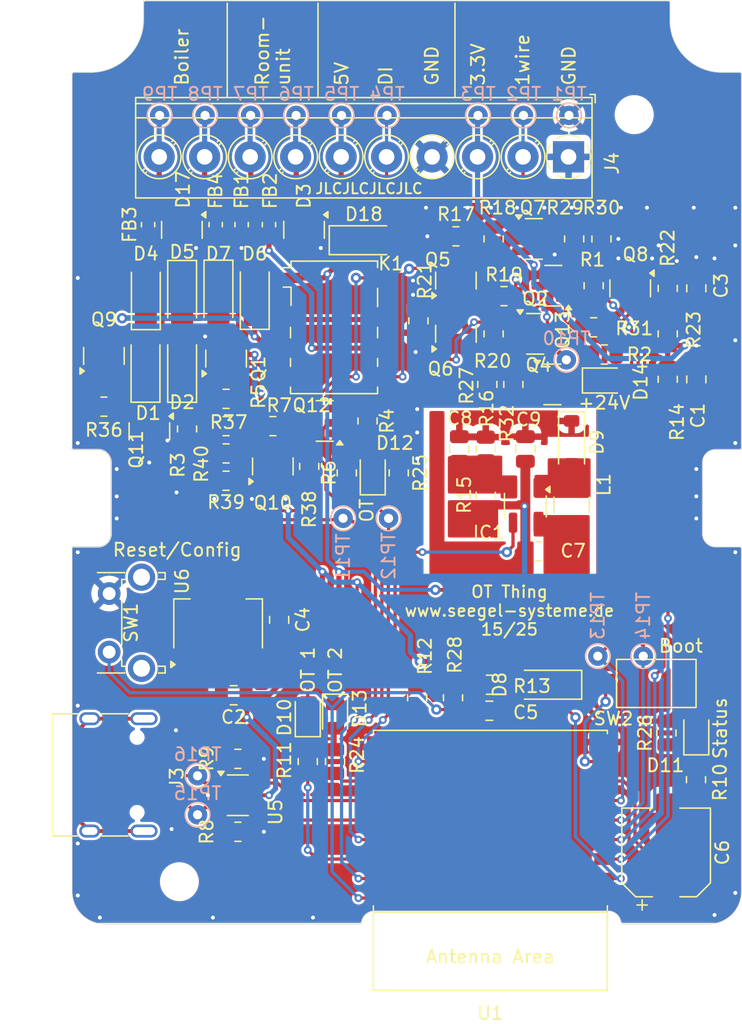
<source format=kicad_pcb>
(kicad_pcb (version 20241229) (generator "pcbnew") (generator_version "9.0")
  (layers (0 "F.Cu" signal) (2 "B.Cu" signal) (13 "F.Paste" user) (15 "B.Paste" user) (5 "F.SilkS" user "F.Silkscreen") (7 "B.SilkS" user "B.Silkscreen") (1 "F.Mask" user) (3 "B.Mask" user) (25 "Edge.Cuts" user))
  (net 0 "")
  (net 1 "Net-(D1-K)")
  (net 2 "Net-(D1-A)")
  (net 3 "Net-(D18-A)")
  (net 4 "Net-(D4-K)")
  (net 5 "Net-(D4-A)")
  (net 6 "Net-(D6-A)")
  (net 7 "/OpenTherm interface/OTMASTER_B")
  (net 8 "/OpenTherm interface/OTSLAVE_B")
  (net 10 "+5V")
  (net 12 "unconnected-(J3-SHIELD-PadS1)")
  (net 13 "/DQ")
  (net 14 "/SW")
  (net 15 "/EN24")
  (net 16 "+3.3V")
  (net 17 "/EN")
  (net 18 "Net-(J3-CC1)")
  (net 19 "Net-(J3-CC2)")
  (net 20 "Net-(IC1-FB)")
  (net 21 "Net-(D9-A)")
  (net 22 "+24V")
  (net 23 "Net-(Q4-C)")
  (net 24 "/OpenTherm interface/OTMASTER_A")
  (net 25 "/OpenTherm interface/OTSLAVE_A")
  (net 26 "Net-(Q7-C)")
  (net 27 "Net-(U1-GPIO8)")
  (net 28 "Net-(D3-K-Pad2)")
  (net 29 "Net-(Q5-C)")
  (net 30 "Net-(Q1-E)")
  (net 31 "Net-(Q1-C)")
  (net 32 "Net-(Q2-C)")
  (net 33 "Net-(U1-GPIO2{slash}ADC1_CH2)")
  (net 34 "Net-(U1-GPIO9)")
  (net 35 "Net-(D10-K)")
  (net 36 "/CFG")
  (net 37 "Net-(D11-K)")
  (net 38 "Net-(J3-D+-PadA6)")
  (net 39 "Net-(J3-D--PadA7)")
  (net 40 "/DM")
  (net 41 "/DP")
  (net 42 "Net-(Q2-E)")
  (net 43 "Net-(Q5-E)")
  (net 44 "Net-(Q5-B)")
  (net 45 "Net-(Q7-B)")
  (net 46 "Net-(Q8-B)")
  (net 47 "/OTS_RX")
  (net 48 "Net-(Q9-B)")
  (net 49 "Net-(Q10-B)")
  (net 50 "/OTM_RX")
  (net 51 "Net-(Q11-C)")
  (net 52 "Net-(Q11-B)")
  (net 53 "Net-(Q12-B)")
  (net 54 "/OTS_TX")
  (net 55 "/REL")
  (net 56 "Net-(K1-Pad2)")
  (net 57 "GND")
  (net 58 "/OTM_TX")
  (net 60 "Net-(D12-K)")
  (net 61 "Net-(U1-GPIO21{slash}U0TXD)")
  (net 62 "Net-(D13-A)")
  (net 63 "Net-(U1-GPIO5{slash}ADC2_CH0)")
  (net 64 "Net-(D14-A)")
  (net 65 "Net-(D14-K)")
  (net 66 "Net-(Q13-B)")
  (footprint "Diode_SMD:D_MiniMELF" (layer "F.Cu") (at 120.936 102.61 90)
    (property "Reference" "D1")
    (property "Value" "ZMM4V3")
  )
  (footprint "Diode_SMD:D_MiniMELF" (layer "F.Cu") (at 123.755 102.6155 90)
    (property "Reference" "D2")
    (property "Value" "ZMM15")
  )
  (footprint "Package_TO_SOT_SMD:SOT-23" (layer "F.Cu") (at 133.136 92.01 -90)
    (property "Reference" "D3")
    (property "Value" "D_Zener_Dual_CommonAnode_KKA_Parallel")
  )
  (footprint "Diode_SMD:D_MiniMELF" (layer "F.Cu") (at 129.343 97.004 90)
    (property "Reference" "D6")
    (property "Value" "LL4148")
  )
  (footprint "Diode_SMD:D_MiniMELF" (layer "F.Cu") (at 126.549 97.004 -90)
    (property "Reference" "D7")
    (property "Value" "LL4148")
  )
  (footprint "Resistor_SMD:R_0805_2012Metric" (layer "F.Cu") (at 124.136 107.3225 90)
    (property "Reference" "R3")
    (property "Value" "18k")
  )
  (footprint "Resistor_SMD:R_0805_2012Metric" (layer "F.Cu") (at 138.0235 106.71 -90)
    (property "Reference" "R4")
    (property "Value" "4k7")
  )
  (footprint "Resistor_SMD:R_0805_2012Metric" (layer "F.Cu") (at 130.736 107.11)
    (property "Reference" "R7")
    (property "Value" "330")
  )
  (footprint "MountingHole:MountingHole_2.5mm" (layer "F.Cu") (at 158.542936 83.151)
    (property "Reference" "H1" (hide yes))
    (property "Value" "MountingHole")
  )
  (footprint "Package_TO_SOT_SMD:SOT-23" (layer "F.Cu") (at 127.136 101.91 90)
    (property "Reference" "Q1")
    (property "Value" "BC857C")
  )
  (footprint "Diode_SMD:D_MiniMELF" (layer "F.Cu") (at 120.961 97.0275 90)
    (property "Reference" "D4")
    (property "Value" "LL4148")
  )
  (footprint "Resistor_SMD:R_0805_2012Metric" (layer "F.Cu") (at 127.136 105.01 180)
    (property "Reference" "R5")
    (property "Value" "470")
  )
  (footprint "Diode_SMD:D_MiniMELF" (layer "F.Cu") (at 123.755 97.0275 -90)
    (property "Reference" "D5")
    (property "Value" "LL4148")
  )
  (footprint "Capacitor_SMD:C_0805_2012Metric" (layer "F.Cu") (at 131.2235 122.01 -90)
    (property "Reference" "C4")
    (property "Value" "4µ7")
  )
  (footprint "Connector_USB:USB_C_Receptacle_HRO_TYPE-C-31-M-12" (layer "F.Cu") (at 117.688436 133.934 -90)
    (property "Reference" "J3")
    (property "Value" "USB_C_Receptacle_USB2.0")
  )
  (footprint "Diode_SMD:D_MiniMELF" (layer "F.Cu") (at 137.736 92.81)
    (property "Reference" "D18")
    (property "Value" "LL4148")
  )
  (footprint "Resistor_SMD:R_0805_2012Metric" (layer "F.Cu") (at 147.242936 103.901 -90)
    (property "Reference" "R27")
    (property "Value" "33k")
  )
  (footprint "Resistor_SMD:R_0805_2012Metric" (layer "F.Cu") (at 141.842936 128.001 -90)
    (property "Reference" "R28")
    (property "Value" "12k")
  )
  (footprint "Resistor_SMD:R_0805_2012Metric" (layer "F.Cu") (at 127.136 109.21)
    (property "Reference" "R40")
    (property "Value" "4k7")
  )
  (footprint "Resistor_SMD:R_0805_2012Metric" (layer "F.Cu") (at 144.8235 92.51 180)
    (property "Reference" "R17")
    (property "Value" "6k8")
  )
  (footprint "LED_SMD:LED_0805_2012Metric" (layer "F.Cu") (at 133.4235 129.31 90)
    (property "Reference" "D10")
    (property "Value" "RD")
  )
  (footprint "Capacitor_SMD:C_0805_2012Metric" (layer "F.Cu") (at 147.4 129 180)
    (property "Reference" "C5")
    (property "Value" "10µ")
  )
  (footprint "Resistor_SMD:R_0805_2012Metric" (layer "F.Cu") (at 127.136 107.11 180)
    (property "Reference" "R37")
    (property "Value" "10k")
  )
  (footprint "Resistor_SMD:R_0805_2012Metric" (layer "F.Cu") (at 148.5235 97.11)
    (property "Reference" "R19")
    (property "Value" "39")
  )
  (footprint "Package_TO_SOT_SMD:SOT-23" (layer "F.Cu") (at 150.9235 100.01)
    (property "Reference" "Q4")
    (property "Value" "BC857C")
  )
  (footprint "Resistor_SMD:R_0805_2012Metric" (layer "F.Cu") (at 155.4235 96.31 -90)
    (property "Reference" "R1")
    (property "Value" "4k7")
  )
  (footprint "Resistor_SMD:R_0805_2012Metric" (layer "F.Cu") (at 140.4235 110.71 -90)
    (property "Reference" "R25")
    (property "Value" "12k")
  )
  (footprint "MountingHole:MountingHole_2.5mm" (layer "F.Cu") (at 123.542936 142.151)
    (property "Reference" "H2" (hide yes))
    (property "Value" "MountingHole")
  )
  (footprint "Resistor_SMD:R_0805_2012Metric" (layer "F.Cu") (at 135.5235 132.91 -90)
    (property "Reference" "R24")
    (property "Value" "120")
  )
  (footprint "Resistor_SMD:R_0805_2012Metric" (layer "F.Cu") (at 149.242936 103.901 90)
    (property "Reference" "R32")
    (property "Value" "1k")
  )
  (footprint "Resistor_SMD:R_0805_2012Metric" (layer "F.Cu") (at 128.042936 132.701)
    (property "Reference" "R9")
    (property "Value" "5k1")
  )
  (footprint "Capacitor_SMD:C_0805_2012Metric" (layer "F.Cu") (at 127.7235 127.81 180)
    (property "Reference" "C2")
    (property "Value" "4µ7")
  )
  (footprint "LED_SMD:LED_0805_2012Metric" (layer "F.Cu") (at 156.242936 103.601)
    (property "Reference" "D14")
    (property "Value" "YL")
  )
  (footprint "Package_TO_SOT_SMD:SOT-23" (layer "F.Cu") (at 152.3235 96.31 180)
    (property "Reference" "Q2")
    (property "Value" "BC847C")
  )
  (footprint "Inductor_SMD:L_0603_1608Metric" (layer "F.Cu") (at 121.136 91.61 90)
    (property "Reference" "FB3")
    (property "Value" "FerriteBead_Small")
  )
  (footprint "Resistor_SMD:R_0805_2012Metric" (layer "F.Cu") (at 156.242936 101.601 180)
    (property "Reference" "R2")
    (property "Value" "120")
  )
  (footprint "Resistor_SMD:R_0805_2012Metric" (layer "F.Cu") (at 117.736 105.61)
    (property "Reference" "R36")
    (property "Value" "4k7")
  )
  (footprint "Package_TO_SOT_SMD:SOT-23" (layer "F.Cu") (at 144.8235 100.01 90)
    (property "Reference" "Q6")
    (property "Value" "BC857C")
  )
  (footprint "Package_TO_SOT_SMD:SOT-23-5_HandSoldering" (layer "F.Cu") (at 150.1675 113.186 -90)
    (property "Reference" "IC1")
    (property "Value" "TPS61041")
  )
  (footprint "Resistor_SMD:R_0805_2012Metric" (layer "F.Cu") (at 144.6 128 90)
    (property "Reference" "R12")
    (property "Value" "3k3")
  )
  (footprint "Package_TO_SOT_SMD:SOT-23" (layer "F.Cu") (at 158.236 96.51 -90)
    (property "Reference" "Q8")
    (property "Value" "BC847C")
  )
  (footprint "Package_TO_SOT_SMD:SOT-23" (layer "F.Cu") (at 152.242936 103.901)
    (property "Reference" "Q13")
    (property "Value" "BC847C")
  )
  (footprint "Resistor_SMD:R_0805_2012Metric" (layer "F.Cu") (at 147.7235 92.71 -90)
    (property "Reference" "R18")
    (property "Value" "22k")
  )
  (footprint "Package_TO_SOT_SMD:SOT-223-3_TabPin2" (layer "F.Cu") (at 126.5235 122.31 90)
    (property "Reference" "U6")
    (property "Value" "AMS1117-3.3")
  )
  (footprint "Capacitor_SMD:C_0805_2012Metric" (layer "F.Cu") (at 150.1675 108.868 -90)
    (property "Reference" "C9")
    (property "Value" "4µ7")
  )
  (footprint "Resistor_SMD:R_0805_2012Metric" (layer "F.Cu") (at 141.936 99.01 90)
    (property "Reference" "R21")
    (property "Value" "33k")
  )
  (footprint "Package_TO_SOT_SMD:SOT-23" (layer "F.Cu") (at 144.8235 95.91 90)
    (property "Reference" "Q5")
    (property "Value" "BC857C")
  )
  (footprint "Resistor_SMD:R_0805_2012Metric" (layer "F.Cu") (at 153.9235 92.71 -90)
    (property "Reference" "R29")
    (property "Value" "4k7")
  )
  (footprint "Resistor_SMD:R_0805_2012Metric" (layer "F.Cu") (at 147.7235 100.01 -90)
    (property "Reference" "R20")
    (property "Value" "100")
  )
  (footprint "Package_TO_SOT_SMD:SOT-23" (layer "F.Cu") (at 123.736 92.01 -90)
    (property "Reference" "D17")
    (property "Value" "D_Zener_Dual_CommonAnode_KKA_Parallel")
  )
  (footprint "Resistor_SMD:R_0805_2012Metric" (layer "F.Cu") (at 161.1235 103.51 90)
    (property "Reference" "R14")
    (property "Value" "3k3")
  )
  (footprint "Relay_SMD:Relay_DPDT_Omron_G6K-2F-Y" (layer "F.Cu") (at 135.436 99.51)
    (property "Reference" "K1")
    (property "Value" "G6K-2F-Y-5V")
  )
  (footprint "Package_TO_SOT_SMD:SOT-23" (layer "F.Cu") (at 121.236 107.51 -90)
    (property "Reference" "Q11")
    (property "Value" "BC857C")
  )
  (footprint "Resistor_SMD:R_0805_2012Metric" (layer "F.Cu") (at 147.1195 108.868 -90)
    (property "Reference" "R16")
    (property "Value" "220k")
  )
  (footprint "User:ESP32-C3-WROOM-02" (layer "F.Cu") (at 147.4735 137.51 180)
    (property "Reference" "U1")
    (property "Value" "ESP32-C3-WROOM-02")
  )
  (footprint "LED_SMD:LED_0805_2012Metric" (layer "F.Cu") (at 138.4235 110.71 90)
    (property "Reference" "D12")
    (property "Value" "YL")
  )
  (footprint "Resistor_SMD:R_0805_2012Metric" (layer "F.Cu") (at 156.0235 92.71 90)
    (property "Reference" "R30")
    (property "Value" "4k7")
  )
  (footprint "Resistor_SMD:R_0805_2012Metric" (layer "F.Cu") (at 128.042936 138.31)
    (property "Reference" "R8")
    (property "Value" "5k1")
  )
  (footprint "Resistor_SMD:R_0805_2012Metric" (layer "F.Cu") (at 161.0235 130.71 90)
    (property "Reference" "R26")
    (property "Value" "12k")
  )
  (footprint "Package_TO_SOT_SMD:SOT-23" (layer "F.Cu") (at 117.736 101.71 90)
    (property "Reference" "Q9")
    (property "Value" "BC847C")
  )
  (footprint "Capacitor_SMD:C_0805_2012Metric" (layer "F.Cu") (at 151.1835 116.742 180)
    (property "Reference" "C7")
    (property "Value" "4µ7")
  )
  (footprint "Package_TO_SOT_SMD:SOT-23" (layer "F.Cu") (at 134.7235 106.71 180)
    (property "Reference" "Q12")
    (property "Value" "BC847C")
  )
  (footprint "Resistor_SMD:R_0805_2012Metric" (layer "F.Cu") (at 155.4235 99.51 180)
    (property "Reference" "R31")
    (property "Value" "4k7")
  )
  (footprint "Resistor_SMD:R_0805_2012Metric" (layer "F.Cu") (at 147.1195 112.424 -90)
    (property "Reference" "R15")
    (property "Value" "12k")
  )
  (footprint "Resistor_SMD:R_0805_2012Metric" (layer "F.Cu") (at 133.536 110.21 -90)
    (property "Reference" "R38")
    (property "Value" "4k7")
  )
  (footprint "Button_Switch_SMD:SW_SPST_CK_RS282G05A3" (layer "F.Cu") (at 160.242936 126.901)
    (property "Reference" "SW2")
    (property "Value" "BOOT")
  )
  (footprint "Diode_SMD:D_SOD-123" (layer "F.Cu") (at 153.7235 108.36 -90)
    (property "Reference" "D9")
    (property "Value" "MBR0540")
  )
  (footprint "Diode_SMD:D_MiniMELF" (layer "F.Cu") (at 151.842936 127.001 180)
    (property "Reference" "D8")
    (property "Value" "LL4148")
  )
  (footprint "LED_SMD:LED_0805_2012Metric" (layer "F.Cu") (at 163.3235 130.71 90)
    (property "Reference" "D11")
    (property "Value" "GN")
  )
  (footprint "Resistor_SMD:R_0805_2012Metric" (layer "F.Cu") (at 136.4235 110.71 -90)
    (property "Reference" "R6")
    (property "Value" "120")
  )
  (footprint "Inductor_SMD:L_0603_1608Metric" (layer "F.Cu") (at 126.336 91.61 90)
    (property "Reference" "FB4")
    (property "Value" "FerriteBead_Small")
  )
  (footprint "Inductor_SMD:L_0603_1608Metric" (layer "F.Cu") (at 130.436 91.61 90)
    (property "Reference" "FB2")
    (property "Value" "FerriteBead_Small")
  )
  (footprint "TerminalBlock_Phoenix:TerminalBlock_Phoenix_PT-1,5-10-3.5-H_1x10_P3.50mm_Horizontal" (layer "F.Cu") (at 153.488936 86.398 180)
    (property "Reference" "J4")
    (property "Value" "~")
  )
  (footprint "Capacitor_SMD:C_0805_2012Metric" (layer "F.Cu") (at 163.3235 103.51 90)
    (property "Reference" "C1")
    (property "Value" "470pF")
  )
  (footprint "Button_Switch_THT:SW_Tactile_SPST_Angled_PTS645Vx83-2LFS" (layer "F.Cu") (at 118.139436 124.487 90)
    (property "Reference" "SW1")
    (property "Value" "RST/CONFIG")
  )
  (footprint "Inductor_SMD:L_0603_1608Metric" (layer "F.Cu") (at 128.336 91.61 90)
    (property "Reference" "FB1")
    (property "Value" "FerriteBead_Small")
  )
  (footprint "Package_TO_SOT_SMD:SOT-23-6" (layer "F.Cu") (at 128.042936 135.501)
    (property "Reference" "U5")
    (property "Value" "USBLC6-2SC6")
  )
  (footprint "Resistor_SMD:R_0805_2012Metric" (layer "F.Cu") (at 147.4 127 180)
    (property "Reference" "R13")
    (property "Value" "33k")
  )
  (footprint "Package_TO_SOT_SMD:SOT-23" (layer "F.Cu") (at 130.736 110.21 90)
    (property "Reference" "Q10")
    (property "Value" "BC847C")
  )
  (footprint "Capacitor_SMD:CP_Elec_6.3x5.4" (layer "F.Cu") (at 161 139.9 90)
    (property "Reference" "C6")
    (property "Value" "100µ")
  )
  (footprint "Package_TO_SOT_SMD:SOT-23" (layer "F.Cu") (at 150.8235 92.71)
    (property "Reference" "Q7")
    (property "Value" "BC857C")
  )
  (footprint "Capacitor_SMD:C_0805_2012Metric" (layer "F.Cu") (at 145.0875 108.868 -90)
    (property "Reference" "C8")
    (property "Value" "22pF")
  )
  (footprint "Resistor_SMD:R_0805_2012Metric" (layer "F.Cu") (at 161.1235 96.51 -90)
    (property "Reference" "R22")
    (property "Value" "330")
  )
  (footprint "LED_SMD:LED_0805_2012Metric" (layer "F.Cu") (at 135.5235 129.41 -90)
    (property "Reference" "D13")
    (property "Value" "GN")
  )
  (footprint "Resistor_SMD:R_0805_2012Metric" (layer "F.Cu") (at 133.4235 132.91 90)
    (property "Reference" "R11")
    (property "Value" "120")
  )
  (footprint "Capacitor_SMD:C_0805_2012Metric" (layer "F.Cu") (at 163.3235 96.51 90)
    (property "Reference" "C3")
    (property "Value" "470pF")
  )
  (footprint "Inductor_SMD:L_1210_3225Metric" (layer "F.Cu") (at 153.7235 113.186 90)
    (property "Reference" "L1")
    (property "Value" "10µ")
  )
  (footprint "Resistor_SMD:R_0805_2012Metric" (layer "F.Cu") (at 127.136 111.31 180)
    (property "Reference" "R39")
    (property "Value" "4k7")
  )
  (footprint "Resistor_SMD:R_0805_2012Metric" (layer "F.Cu") (at 161.1235 100.01 -90)
    (property "Reference" "R23")
    (property "Value" "3k3")
  )
  (footprint "Resistor_SMD:R_0805_2012Metric" (layer "F.Cu") (at 163.3 134.3 90)
    (property "Reference" "R10")
    (property "Value" "120")
  )
  (footprint "TestPoint:TestPoint_THTPad_D1.5mm_Drill0.7mm" (layer "B.Cu") (at 150.0235 83.21 180)
    (property "Reference" "TP2")
    (property "Value" "~")
  )
  (footprint "TestPoint:TestPoint_THTPad_D1.5mm_Drill0.7mm" (layer "B.Cu") (at 139.642936 114.201 180)
    (property "Reference" "TP12")
    (property "Value" "~")
  )
  (footprint "TestPoint:TestPoint_THTPad_D1.5mm_Drill0.7mm" (layer "B.Cu") (at 132.5235 83.21 180)
    (property "Reference" "TP6")
    (property "Value" "~")
  )
  (footprint "TestPoint:TestPoint_THTPad_D1.5mm_Drill0.7mm" (layer "B.Cu") (at 129.0235 83.21 180)
    (property "Reference" "TP7")
    (property "Value" "~")
  )
  (footprint "TestPoint:TestPoint_THTPad_D1.5mm_Drill0.7mm" (layer "B.Cu") (at 125.5235 83.21 180)
    (property "Reference" "TP8")
    (property "Value" "~")
  )
  (footprint "TestPoint:TestPoint_THTPad_D1.5mm_Drill0.7mm" (layer "B.Cu") (at 136.0235 83.21 180)
    (property "Reference" "TP5")
    (property "Value" "~")
  )
  (footprint "TestPoint:TestPoint_THTPad_D1.5mm_Drill0.7mm" (layer "B.Cu") (at 153.5235 83.21 180)
    (property "Reference" "TP1")
    (property "Value" "~")
  )
  (footprint "TestPoint:TestPoint_THTPad_D1.5mm_Drill0.7mm" (layer "B.Cu") (at 155.742936 124.801 180)
    (property "Reference" "TP13")
    (property "Value" "~")
  )
  (footprint "TestPoint:TestPoint_THTPad_D1.5mm_Drill0.7mm" (layer "B.Cu") (at 124.942936 137.001 180)
    (property "Reference" "TP15")
    (property "Value" "~")
  )
  (footprint "TestPoint:TestPoint_THTPad_D1.5mm_Drill0.7mm" (layer "B.Cu") (at 159.242936 124.801 180)
    (property "Reference" "TP14")
    (property "Value" "~")
  )
  (footprint "TestPoint:TestPoint_THTPad_D1.5mm_Drill0.7mm" (layer "B.Cu") (at 122.0235 83.21 180)
    (property "Reference" "TP9")
    (property "Value" "~")
  )
  (footprint "TestPoint:TestPoint_THTPad_D1.5mm_Drill0.7mm" (layer "B.Cu") (at 153.3235 102.01 180)
    (property "Reference" "TP10")
    (property "Value" "~")
  )
  (footprint "TestPoint:TestPoint_THTPad_D1.5mm_Drill0.7mm" (layer "B.Cu") (at 146.5235 83.21 180)
    (property "Reference" "TP3")
    (property "Value" "~")
  )
  (footprint "TestPoint:TestPoint_THTPad_D1.5mm_Drill0.7mm" (layer "B.Cu") (at 124.942936 134.001 180)
    (property "Reference" "TP16")
    (property "Value" "~")
  )
  (footprint "TestPoint:TestPoint_THTPad_D1.5mm_Drill0.7mm" (layer "B.Cu") (at 139.5235 83.21 180)
    (property "Reference" "TP4")
    (property "Value" "~")
  )
  (footprint "TestPoint:TestPoint_THTPad_D1.5mm_Drill0.7mm" (layer "B.Cu") (at 136.142936 114.201 180)
    (property "Reference" "TP11")
    (property "Value" "~")
  )
  (gr_line (start 127.225936 81.826) (end 127.225936 74.587) (stroke (width 0.12)) (layer "F.SilkS"))
  (gr_line (start 134.210936 81.826) (end 134.210936 74.587) (stroke (width 0.12)) (layer "F.SilkS"))
  (gr_line (start 144.751936 81.826) (end 144.751936 74.587) (stroke (width 0.12)) (layer "F.SilkS"))
  (gr_line (start 163.792936 115.401) (end 163.792936 109.901) (stroke (width 0.05)) (layer "Edge.Cuts"))
  (gr_line (start 115.292936 108.901) (end 117.292936 108.901) (stroke (width 0.1)) (layer "Edge.Cuts"))
  (gr_arc (start 164.792936 116.401) (mid 164.085824 116.108112) (end 163.792936 115.401) (stroke (width 0.05)) (layer "Edge.Cuts"))
  (gr_line (start 138.542936 144.401) (end 156.542936 144.401) (stroke (width 0.05)) (layer "Edge.Cuts"))
  (gr_arc (start 118.292936 115.401) (mid 118.000043 116.108107) (end 117.292936 116.401) (stroke (width 0.1)) (layer "Edge.Cuts"))
  (gr_line (start 117.292936 116.401) (end 115.292936 116.401) (stroke (width 0.1)) (layer "Edge.Cuts"))
  (gr_line (start 165.292936 79.901) (end 166.792936 79.901) (stroke (width 0.05)) (layer "Edge.Cuts"))
  (gr_arc (start 163.792936 109.901) (mid 164.085824 109.193888) (end 164.792936 108.901) (stroke (width 0.05)) (layer "Edge.Cuts"))
  (gr_line (start 166.792936 79.901) (end 166.792936 108.901) (stroke (width 0.05)) (layer "Edge.Cuts"))
  (gr_arc (start 117.292936 108.901) (mid 118.000043 109.193893) (end 118.292936 109.901) (stroke (width 0.1)) (layer "Edge.Cuts"))
  (gr_line (start 118.292936 115.401) (end 118.292936 109.901) (stroke (width 0.1)) (layer "Edge.Cuts"))
  (gr_arc (start 120.792936 75.901) (mid 119.598706 78.707512) (end 116.792198 79.901752) (stroke (width 0.05)) (layer "Edge.Cuts"))
  (gr_arc (start 156.542936 144.401) (mid 157.250043 144.693893) (end 157.542936 145.401) (stroke (width 0.05)) (layer "Edge.Cuts"))
  (gr_line (start 120.792936 74.401) (end 120.792936 75.901) (stroke (width 0.05)) (layer "Edge.Cuts"))
  (gr_line (start 115.292936 79.901) (end 116.792198 79.901752) (stroke (width 0.05)) (layer "Edge.Cuts"))
  (gr_arc (start 137.542936 145.401) (mid 137.835829 144.693893) (end 138.542936 144.401) (stroke (width 0.05)) (layer "Edge.Cuts"))
  (gr_arc (start 117.792936 145.401) (mid 116.025169 144.668767) (end 115.292936 142.901) (stroke (width 0.05)) (layer "Edge.Cuts"))
  (gr_line (start 166.792936 142.901) (end 166.792936 116.401) (stroke (width 0.05)) (layer "Edge.Cuts"))
  (gr_line (start 115.292936 108.901) (end 115.292936 79.901) (stroke (width 0.05)) (layer "Edge.Cuts"))
  (gr_line (start 117.792936 145.401) (end 137.542936 145.401) (stroke (width 0.05)) (layer "Edge.Cuts"))
  (gr_line (start 161.292936 74.401) (end 161.292936 75.901) (stroke (width 0.05)) (layer "Edge.Cuts"))
  (gr_line (start 115.292936 116.401) (end 115.292936 142.901) (stroke (width 0.05)) (layer "Edge.Cuts"))
  (gr_line (start 157.542936 145.401) (end 164.292936 145.401) (stroke (width 0.05)) (layer "Edge.Cuts"))
  (gr_arc (start 166.792936 142.901) (mid 166.060703 144.668767) (end 164.292936 145.401) (stroke (width 0.05)) (layer "Edge.Cuts"))
  (gr_line (start 166.792936 108.901) (end 164.792936 108.901) (stroke (width 0.05)) (layer "Edge.Cuts"))
  (gr_line (start 164.792936 116.401) (end 166.792936 116.401) (stroke (width 0.05)) (layer "Edge.Cuts"))
  (gr_line (start 120.792936 74.401) (end 161.292936 74.401) (stroke (width 0.05)) (layer "Edge.Cuts"))
  (gr_arc (start 165.292936 79.901) (mid 162.464503 78.729432) (end 161.292936 75.901) (stroke (width 0.05)) (layer "Edge.Cuts"))
  (gr_text "OT 1" (at 134.0235 127.71 90) (layer "F.SilkS") (effects (font (size 1 1)) (justify left bottom)))
  (gr_text "Room-\nunit" (at 130.736 81.01 90) (layer "F.SilkS") (effects (font (size 1 1)) (justify left)))
  (gr_text "OT 2" (at 136.1235 127.725 90) (layer "F.SilkS") (effects (font (size 1 1)) (justify left bottom)))
  (gr_text "DI" (at 139.417936 81.01 90) (layer "F.SilkS") (effects (font (size 1 1)) (justify left)))
  (gr_text "Boiler" (at 123.736 81.01 90) (layer "F.SilkS") (effects (font (size 1 1)) (justify left)))
  (gr_text "OT Thing\nwww.seegel-systeme.de\n15/25" (at 148.942936 121.301 0) (layer "F.SilkS") (effects (font (size 0.9 0.9))))
  (gr_text "GND" (at 153.514936 81.01 90) (layer "F.SilkS") (effects (font (size 1 1)) (justify left)))
  (gr_text "Reset/Config" (at 118.3235 117.21 0) (layer "F.SilkS") (effects (font (size 1 1)) (justify left bottom)))
  (gr_text "+24V" (at 154.142936 105.901 0) (layer "F.SilkS") (effects (font (size 1 1)) (justify left bottom)))
  (gr_text "1wire" (at 149.958936 81.01 90) (layer "F.SilkS") (effects (font (size 1 1)) (justify left)))
  (gr_text "OT" (at 138.542936 114.601 90) (layer "F.SilkS") (effects (font (size 1 1)) (justify left bottom)))
  (gr_text "JLCJLCJLCJLC" (at 133.9235 89.31 0) (layer "F.SilkS") (effects (font (size 0.8 0.8)) (justify left bottom)))
  (gr_text "Status" (at 165.742936 132.801 90) (layer "F.SilkS") (effects (font (size 1 1)) (justify left bottom)))
  (gr_text "5V" (at 136.036 81.01 90) (layer "F.SilkS") (effects (font (size 1 1)) (justify left)))
  (gr_text "3.3V" (at 146.529936 81.01 90) (layer "F.SilkS") (effects (font (size 1 1)) (justify left)))
  (gr_text "GND" (at 142.973936 81.01 90) (layer "F.SilkS") (effects (font (size 1 1)) (justify left)))
  (gr_text "Boot" (at 160.342936 124.601 0) (layer "F.SilkS") (effects (font (size 1 1)) (justify left bottom)))
  (segment (start 123.755 104.3655) (end 125.579 104.3655) (width 0.4) (layer "F.Cu") (net 1))
  (segment (start 120.936 104.36) (end 123.7495 104.36) (width 0.4) (layer "F.Cu") (net 1))
  (segment (start 126.186 102.8475) (end 126.186 104.9725) (width 0.4) (layer "F.Cu") (net 1))
  (segment (start 125.579 104.3655) (end 126.2235 105.01) (width 0.4) (layer "F.Cu") (net 1))
  (segment (start 126.186 104.9725) (end 126.2235 105.01) (width 0.4) (layer "F.Cu") (net 1))
  (segment (start 123.7495 104.36) (end 123.755 104.3655) (width 0.4) (layer "F.Cu") (net 1))
  (segment (start 120.936 100.86) (end 118.0235 100.86) (width 0.4) (layer "F.Cu") (net 2))
  (segment (start 118.0235 100.86) (end 117.936 100.7725) (width 0.4) (layer "F.Cu") (net 2))
  (segment (start 135.7235 103.31) (end 137.136 103.31) (width 0.25) (layer "F.Cu") (net 3))
  (segment (start 133.786 105.2475) (end 135.7235 103.31) (width 0.25) (layer "F.Cu") (net 3))
  (segment (start 139.486 92.81) (end 139.486 94.36) (width 0.4) (layer "F.Cu") (net 3))
  (segment (start 133.786 106.71) (end 133.786 105.2475) (width 0.25) (layer "F.Cu") (net 3))
  (segment (start 139.486 94.36) (end 138.936 94.91) (width 0.4) (layer "F.Cu") (net 3))
  (segment (start 138.936 94.91) (end 138.936 95.71) (width 0.4) (layer "F.Cu") (net 3))
  (segment (start 137.136 95.71) (end 138.936 95.71) (width 0.25) (layer "F.Cu") (net 3))
  (via (at 137.136 95.71) (size 0.8) (drill 0.4) (layers "F.Cu" "B.Cu") (net 3))
  (via (at 137.136 103.31) (size 0.6) (drill 0.3) (layers "F.Cu" "B.Cu") (net 3))
  (segment (start 137.136 103.31) (end 137.136 95.71) (width 0.25) (layer "B.Cu") (net 3))
  (segment (start 129.343 100.117) (end 129.343 98.754) (width 0.4) (layer "F.Cu") (net 4))
  (segment (start 119.1685 98.7775) (end 119.136 98.81) (width 0.4) (layer "F.Cu") (net 4))
  (segment (start 131.936 101.11) (end 130.336 101.11) (width 0.4) (layer "F.Cu") (net 4))
  (segment (start 129.186 98.754) (end 129.343 98.754) (width 0.4) (layer "F.Cu") (net 4))
  (segment (start 120.961 98.7775) (end 119.1685 98.7775) (width 0.4) (layer "F.Cu") (net 4))
  (segment (start 130.336 101.11) (end 129.343 100.117) (width 0.4) (layer "F.Cu") (net 4))
  (segment (start 129.37 98.727) (end 129.343 98.754) (width 0.4) (layer "F.Cu") (net 4))
  (via (at 129.336 100.21) (size 0.6) (drill 0.3) (layers "F.Cu" "B.Cu") (net 4))
  (via (at 119.136 98.81) (size 0.8) (drill 0.4) (layers "F.Cu" "B.Cu") (net 4))
  (segment (start 127.936 98.81) (end 129.336 100.21) (width 0.4) (layer "B.Cu") (net 4))
  (segment (start 119.136 98.81) (end 127.936 98.81) (width 0.4) (layer "B.Cu") (net 4))
  (segment (start 120.961 95.2775) (end 120.961 93.685) (width 0.4) (layer "F.Cu") (net 5))
  (segment (start 121.136 92.3975) (end 122.2485 92.3975) (width 0.4) (layer "F.Cu") (net 5))
  (segment (start 122.786 91.86) (end 122.786 91.0725) (width 0.4) (layer "F.Cu") (net 5))
  (segment (start 120.961 93.685) (end 121.136 93.51) (width 0.4) (layer "F.Cu") (net 5))
  (segment (start 122.2485 92.3975) (end 122.786 91.86) (width 0.4) (layer "F.Cu") (net 5))
  (segment (start 120.961 95.2775) (end 123.755 95.2775) (width 0.4) (layer "F.Cu") (net 5))
  (segment (start 121.136 93.51) (end 121.136 92.3975) (width 0.4) (layer "F.Cu") (net 5))
  (segment (start 126.336 93.61) (end 126.336 92.3975) (width 0.4) (layer "F.Cu") (net 6))
  (segment (start 124.686 91.96) (end 124.686 91.0725) (width 0.4) (layer "F.Cu") (net 6))
  (segment (start 129.343 95.254) (end 126.549 95.254) (width 0.4) (layer "F.Cu") (net 6))
  (segment (start 126.549 95.254) (end 126.549 93.823) (width 0.4) (layer "F.Cu") (net 6))
  (segment (start 125.1235 92.3975) (end 124.686 91.96) (width 0.4) (layer "F.Cu") (net 6))
  (segment (start 126.336 92.3975) (end 125.1235 92.3975) (width 0.4) (layer "F.Cu") (net 6))
  (segment (start 126.549 93.823) (end 126.336 93.61) (width 0.4) (layer "F.Cu") (net 6))
  (segment (start 126.336 90.8225) (end 126.336 89.51) (width 0.4) (layer "F.Cu") (net 7))
  (segment (start 125.488936 88.662936) (end 125.488936 86.398) (width 0.4) (layer "F.Cu") (net 7))
  (segment (start 126.336 89.51) (end 125.488936 88.662936) (width 0.4) (layer "F.Cu") (net 7))
  (segment (start 125.488936 83.244564) (end 125.5235 83.21) (width 0.4) (layer "B.Cu") (net 7))
  (segment (start 125.488936 86.398) (end 125.488936 83.244564) (width 0.4) (layer "B.Cu") (net 7))
  (segment (start 132.536 86.445064) (end 132.536 88.41) (width 0.4) (layer "F.Cu") (net 8))
  (segment (start 130.436 90.51) (end 130.436 90.8225) (width 0.4) (layer "F.Cu") (net 8))
  (segment (start 132.536 88.41) (end 130.436 90.51) (width 0.4) (layer "F.Cu") (net 8))
  (segment (start 132.488936 86.398) (end 132.536 86.445064) (width 0.4) (layer "F.Cu") (net 8))
  (segment (start 132.488936 86.398) (end 132.488936 83.244564) (width 0.4) (layer "B.Cu") (net 8))
  (segment (start 132.488936 83.244564) (end 132.5235 83.21) (width 0.4) (layer "B.Cu") (net 8))
  (segment (start 132.488936 86.962) (end 132.488936 86.398) (width 0.4) (layer "B.Cu") (net 8))
  (segment (start 128.7235 129.51) (end 127.4325 130.801) (width 0.4) (layer "F.Cu") (net 10))
  (segment (start 134.92975 95.41625) (end 135.986 94.36) (width 0.4) (layer "F.Cu") (net 10))
  (segment (start 135.986 94.36) (end 135.986 92.26) (width 0.4) (layer "F.Cu") (net 10))
  (segment (start 120.932161 136.384) (end 119.9235 135.375339) (width 0.3) (layer "F.Cu") (net 10))
  (segment (start 121.807436 131.41) (end 121.733436 131.484) (width 0.4) (layer "F.Cu") (net 10))
  (segment (start 128.7235 127.86) (end 128.6735 127.81) (width 0.4) (layer "F.Cu") (net 10))
  (segment (start 128.6735 127.81) (end 128.6735 125.61) (width 0.4) (layer "F.Cu") (net 10))
  (segment (start 119.9235 132.468936) (end 120.908436 131.484) (width 0.3) (layer "F.Cu") (net 10))
  (segment (start 121.733436 136.384) (end 120.932161 136.384) (width 0.3) (layer "F.Cu") (net 10))
  (segment (start 127.4325 130.801) (end 124.842936 130.801) (width 0.4) (layer "F.Cu") (net 10))
  (segment (start 135.8235 118.31) (end 135.8235 122.41) (width 0.4) (layer "F.Cu") (net 10))
  (segment (start 131.936 95.71) (end 134.636 95.71) (width 0.4) (layer "F.Cu") (net 10))
  (segment (start 135.8235 122.41) (end 130.4235 127.81) (width 0.4) (layer "F.Cu") (net 10))
  (segment (start 152.1335 118.310436) (end 152.1335 116.742) (width 0.3) (layer "F.Cu") (net 10))
  (segment (start 124.842936 130.801) (end 124.233936 131.41) (width 0.4) (layer "F.Cu") (net 10))
  (segment (start 135.988936 92.257064) (end 135.988936 86.398) (width 0.4) (layer "F.Cu") (net 10))
  (segment (start 129.180436 135.501) (end 130.442936 135.501) (width 0.3) (layer "F.Cu") (net 10))
  (segment (start 150.742936 119.701) (end 152.1335 118.310436) (width 0.3) (layer "F.Cu") (net 10))
  (segment (start 128.6735 125.61) (end 128.8235 125.46) (width 0.4) (layer "F.Cu") (net 10))
  (segment (start 143.242936 119.701) (end 150.742936 119.701) (width 0.3) (layer "F.Cu") (net 10))
  (segment (start 119.9235 135.375339) (end 119.9235 132.468936) (width 0.3) (layer "F.Cu") (net 10))
  (segment (start 120.908436 131.484) (end 121.733436 131.484) (width 0.3) (layer "F.Cu") (net 10))
  (segment (start 134.636 95.71) (end 134.92975 95.41625) (width 0.4) (layer "F.Cu") (net 10))
  (segment (start 130.4235 127.81) (end 128.6735 127.81) (width 0.4) (layer "F.Cu") (net 10))
  (segment (start 135.986 92.26) (end 135.988936 92.257064) (width 0.4) (layer "F.Cu") (net 10))
  (segment (start 128.7235 129.51) (end 128.7235 127.86) (width 0.4) (layer "F.Cu") (net 10))
  (segment (start 124.233936 131.41) (end 121.807436 131.41) (width 0.4) (layer "F.Cu") (net 10))
  (via (at 134.92975 95.41625) (size 0.6) (drill 0.3) (layers "F.Cu" "B.Cu") (net 10))
  (via (at 130.442936 135.501) (size 0.6) (drill 0.3) (layers "F.Cu" "B.Cu") (net 10))
  (via (at 143.242936 119.701) (size 0.8) (drill 0.4) (layers "F.Cu" "B.Cu") (net 10))
  (via (at 135.8235 118.31) (size 0.6) (drill 0.3) (layers "F.Cu" "B.Cu") (net 10))
  (via (at 128.7235 129.51) (size 0.6) (drill 0.3) (layers "F.Cu" "B.Cu") (net 10))
  (segment (start 130.942936 135.001) (end 130.442936 135.501) (width 0.4) (layer "B.Cu") (net 10))
  (segment (start 134.9235 95.4225) (end 134.92975 95.41625) (width 0.3) (layer "B.Cu") (net 10))
  (segment (start 135.8235 118.31) (end 134.9235 117.41) (width 0.3) (layer "B.Cu") (net 10))
  (segment (start 128.7235 129.51) (end 130.942936 131.729436) (width 0.4) (layer "B.Cu") (net 10))
  (segment (start 137.751936 118.31) (end 135.8235 118.31) (width 0.3) (layer "B.Cu") (net 10))
  (segment (start 135.988936 83.244564) (end 136.0235 83.21) (width 0.4) (layer "B.Cu") (net 10))
  (segment (start 134.9235 117.41) (end 134.9235 95.4225) (width 0.3) (layer "B.Cu") (net 10))
  (segment (start 143.242936 119.701) (end 139.142936 119.701) (width 0.3) (layer "B.Cu") (net 10))
  (segment (start 139.142936 119.701) (end 137.751936 118.31) (width 0.3) (layer "B.Cu") (net 10))
  (segment (start 130.942936 131.729436) (end 130.942936 135.001) (width 0.4) (layer "B.Cu") (net 10))
  (segment (start 135.988936 86.398) (end 135.988936 83.244564) (width 0.4) (layer "B.Cu") (net 10))
  (segment (start 115.8235 130.428936) (end 115.8235 137.439064) (width 0.3) (layer "F.Cu") (net 12))
  (segment (start 115.8235 137.439064) (end 116.638436 138.254) (width 0.3) (layer "F.Cu") (net 12))
  (segment (start 116.638436 129.614) (end 120.818436 129.614) (width 0.3) (layer "F.Cu") (net 12))
  (segment (start 116.638436 138.254) (end 120.818436 138.254) (width 0.3) (layer "F.Cu") (net 12))
  (segment (start 116.638436 129.614) (end 115.8235 130.428936) (width 0.3) (layer "F.Cu") (net 12))
  (segment (start 156.2235 140.41) (end 157.5235 140.41) (width 0.25) (layer "F.Cu") (net 13))
  (segment (start 163.286 104.4225) (end 163.3235 104.46) (width 0.25) (layer "F.Cu") (net 13))
  (segment (start 163.9735 104.46) (end 163.3235 104.46) (width 0.25) (layer "F.Cu") (net 13))
  (segment (start 149.988936 86.398) (end 149.988936 87.875436) (width 0.25) (layer "F.Cu") (net 13))
  (segment (start 149.988936 87.875436) (end 151.0235 88.91) (width 0.25) (layer "F.Cu") (net 13))
  (segment (start 161.1235 104.4225) (end 163.286 104.4225) (width 0.25) (layer "F.Cu") (net 13))
  (segment (start 151.0235 88.91) (end 160.4235 88.91) (width 0.25) (layer "F.Cu") (net 13))
  (segment (start 160.4235 88.91) (end 165.4235 93.91) (width 0.25) (layer "F.Cu") (net 13))
  (segment (start 161.142936 121.890564) (end 161.142936 104.441936) (width 0.25) (layer "F.Cu") (net 13))
  (segment (start 165.4235 103.01) (end 163.9735 104.46) (width 0.25) (layer "F.Cu") (net 13))
  (segment (start 165.4235 93.91) (end 165.4235 103.01) (width 0.25) (layer "F.Cu") (net 13))
  (segment (start 161.142936 104.441936) (end 161.1235 104.4225) (width 0.25) (layer "F.Cu") (net 13))
  (via (at 161.142936 121.890564) (size 0.6) (drill 0.3) (layers "F.Cu" "B.Cu") (net 13))
  (via (at 157.5235 140.41) (size 0.6) (drill 0.3) (layers "F.Cu" "B.Cu") (net 13))
  (segment (start 161.142936 137.101) (end 157.833936 140.41) (width 0.25) (layer "B.Cu") (net 13))
  (segment (start 157.833936 140.41) (end 157.5235 140.41) (width 0.25) (layer "B.Cu") (net 13))
  (segment (start 149.988936 83.244564) (end 150.0235 83.21) (width 0.25) (layer "B.Cu") (net 13))
  (segment (start 149.988936 86.398) (end 149.988936 83.244564) (width 0.25) (layer "B.Cu") (net 13))
  (segment (start 161.142936 121.890564) (end 161.142936 137.101) (width 0.25) (layer "B.Cu") (net 13))
  (segment (start 161.1235 92.91) (end 157.8235 89.61) (width 0.25) (layer "F.Cu") (net 14))
  (segment (start 139.488936 87.975436) (end 139.488936 86.398) (width 0.25) (layer "F.Cu") (net 14))
  (segment (start 161.1235 95.5975) (end 161.1235 92.91) (width 0.25) (layer "F.Cu") (net 14))
  (segment (start 141.1235 89.61) (end 139.488936 87.975436) (width 0.25) (layer "F.Cu") (net 14))
  (segment (start 157.8235 89.61) (end 141.1235 89.61) (width 0.25) (layer "F.Cu") (net 14))
  (segment (start 139.488936 86.398) (end 139.488936 83.244564) (width 0.25) (layer "B.Cu") (net 14))
  (segment (start 139.488936 83.244564) (end 139.5235 83.21) (width 0.25) (layer "B.Cu") (net 14))
  (segment (start 141.242936 116.801) (end 140.142936 117.901) (width 0.25) (layer "F.Cu") (net 15))
  (segment (start 140.142936 129.990564) (end 138.7235 131.41) (width 0.25) (layer "F.Cu") (net 15))
  (segment (start 142.242936 116.801) (end 141.242936 116.801) (width 0.25) (layer "F.Cu") (net 15))
  (segment (start 140.142936 128.7885) (end 140.142936 129.990564) (width 0.25) (layer "F.Cu") (net 15))
  (segment (start 140.142936 117.901) (end 140.142936 125.3885) (width 0.25) (layer "F.Cu") (net 15))
  (segment (start 140.142936 125.3885) (end 141.842936 127.0885) (width 0.25) (layer "F.Cu") (net 15))
  (segment (start 148.742936 116.801) (end 149.2175 116.326436) (width 0.25) (layer "F.Cu") (net 15))
  (segment (start 141.842936 127.0885) (end 140.142936 128.7885) (width 0.25) (layer "F.Cu") (net 15))
  (segment (start 149.2175 116.326436) (end 149.2175 114.536) (width 0.25) (layer "F.Cu") (net 15))
  (via (at 148.742936 116.801) (size 0.8) (drill 0.4) (layers "F.Cu" "B.Cu") (net 15))
  (via (at 142.242936 116.801) (size 0.6) (drill 0.3) (layers "F.Cu" "B.Cu") (net 15))
  (segment (start 148.742936 116.801) (end 142.242936 116.801) (width 0.25) (layer "B.Cu") (net 15))
  (segment (start 146.4875 126.356436) (end 146.4875 127) (width 0.4) (layer "F.Cu") (net 16))
  (segment (start 150.8235 94.71) (end 149.886 93.7725) (width 0.25) (layer "F.Cu") (net 16))
  (segment (start 153.592936 126.251) (end 152.542936 125.201) (width 0.4) (layer "F.Cu") (net 16))
  (segment (start 153.2235 98.81) (end 153.9235 99.51) (width 0.4) (layer "F.Cu") (net 16))
  (segment (start 153.261 98.5725) (end 153.2235 98.61) (width 0.25) (layer "F.Cu") (net 16))
  (segment (start 158.69 143.41) (end 159.39 142.71) (width 0.4) (layer "F.Cu") (net 16))
  (segment (start 137.2235 122.01) (end 137.2235 119.11) (width 0.25) (layer "F.Cu") (net 16))
  (segment (start 162.4235 100.91) (end 161.136 100.91) (width 0.4) (layer "F.Cu") (net 16))
  (segment (start 159.942936 122.229436) (end 161.742936 124.029436) (width 0.4) (layer "F.Cu") (net 16))
  (segment (start 142.042936 125.201) (end 145.332064 125.201) (width 0.4) (layer "F.Cu") (net 16))
  (segment (start 154.511 100.781564) (end 155.330436 101.601) (width 0.4) (layer "F.Cu") (net 16))
  (segment (start 120.286 106.5725) (end 120.286 110.66) (width 0.25) (layer "F.Cu") (net 16))
  (segment (start 161.0235 129.7975) (end 163.2985 129.7975) (width 0.4) (layer "F.Cu") (net 16))
  (segment (start 159.942936 103.778064) (end 159.942936 122.229436) (width 0.4) (layer "F.Cu") (net 16))
  (segment (start 134.542936 119.401) (end 132.883936 121.06) (width 0.4) (layer "F.Cu") (net 16))
  (segment (start 161.02 129.801) (end 155.967936 129.801) (width 0.4) (layer "F.Cu") (net 16))
  (segment (start 153.2235 98.61) (end 153.2235 98.81) (width 0.4) (layer "F.Cu") (net 16))
  (segment (start 161.742936 124.029436) (end 161.742936 129.078064) (width 0.4) (layer "F.Cu") (net 16))
  (segment (start 156.2235 143.41) (end 158.69 143.41) (width 0.4) (layer "F.Cu") (net 16))
  (segment (start 146.529936 86.398) (end 146.488936 86.398) (width 0.4) (layer "F.Cu") (net 16))
  (segment (start 161.1235 102.5975) (end 159.942936 103.778064) (width 0.4) (layer "F.Cu") (net 16))
  (segment (start 144.6 127.0875) (end 146.4 127.0875) (width 0.25) (layer "F.Cu") (net 16))
  (segment (start 163.2985 129.7975) (end 163.3235 129.7725) (width 0.4) (layer "F.Cu") (net 16))
  (segment (start 162.5235 142.71) (end 165.2235 140.01) (width 0.4) (layer "F.Cu") (net 16))
  (segment (start 154.511 99.51) (end 154.511 100.781564) (width 0.4) (layer "F.Cu") (net 16))
  (segment (start 153.592936 127.001) (end 153.592936 126.251) (width 0.4) (layer "F.Cu") (net 16))
  (segment (start 120.286 110.66) (end 123.236 113.61) (width 0.25) (layer "F.Cu") (net 16))
  (segment (start 126.5735 119.21) (end 126.5235 119.16) (width 0.4) (layer "F.Cu") (net 16))
  (segment (start 133.4235 128.3725) (end 133.4235 125.81) (width 0.25) (layer "F.Cu") (net 16))
  (segment (start 161.01 142.71) (end 162.5235 142.71) (width 0.4) (layer "F.Cu") (net 16))
  (segment (start 159.39 142.71) (end 161.4235 142.71) (width 0.4) (layer "F.Cu") (net 16))
  (segment (start 147.642936 125.201) (end 146.4875 126.356436) (width 0.4) (layer "F.Cu") (net 16))
  (segment (start 161.1235 102.5975) (end 161.1235 100.9225) (width 0.4) (layer "F.Cu") (net 16))
  (segment (start 164.176 129.7625) (end 163.3235 129.7625) (width 0.4) (layer "F.Cu") (net 16))
  (segment (start 134.542936 118.301) (end 134.542936 119.401) (width 0.4) (layer "F.Cu") (net 16))
  (segment (start 145.332064 125.201) (end 146.4875 126.356436) (width 0.4) (layer "F.Cu") (net 16))
  (segment (start 161.136 100.91) (end 161.1235 100.9225) (width 0.4) (layer "F.Cu") (net 16))
  (segment (start 165.2235 140.01) (end 165.2235 130.81) (width 0.4) (layer "F.Cu") (net 16))
  (segment (start 153.9235 99.51) (end 154.511 99.51) (width 0.4) (layer "F.Cu") (net 16))
  (segment (start 132.7235 113.61) (end 133.536 112.7975) (width 0.25) (layer "F.Cu") (net 16))
  (segment (start 133.4235 125.81) (end 137.2235 122.01) (width 0.25) (layer "F.Cu") (net 16))
  (segment (start 155.967936 129.801) (end 153.592936 127.426) (width 0.4) (layer "F.Cu") (net 16))
  (segment (start 161.0235 129.7975) (end 161.02 129.801) (width 0.4) (layer "F.Cu") (net 16))
  (segment (start 165.2235 130.81) (end 164.176 129.7625) (width 0.4) (layer "F.Cu") (net 16))
  (segment (start 149.886 93.7725) (end 149.886 93.66) (width 0.25) (layer "F.Cu") (net 16))
  (segment (start 132.883936 121.06) (end 131.2235 121.06) (width 0.4) (layer "F.Cu") (net 16))
  (segment (start 126.5235 125.46) (end 126.5235 119.16) (width 0.25) (layer "F.Cu") (net 16))
  (segment (start 146.4 127.0875) (end 146.4875 127) (width 0.25) (layer "F.Cu") (net 16))
  (segment (start 131.2235 121.06) (end 129.3735 119.21) (width 0.4) (layer "F.Cu") (net 16))
  (segment (start 161.742936 129.078064) (end 161.0235 129.7975) (width 0.4) (layer "F.Cu") (net 16))
  (segment (start 153.261 97.26) (end 153.261 98.5725) (width 0.25) (layer "F.Cu") (net 16))
  (segment (start 129.3735 119.21) (end 126.5735 119.21) (width 0.4) (layer "F.Cu") (net 16))
  (segment (start 153.592936 127.426) (end 153.592936 127.001) (width 0.4) (layer "F.Cu") (net 16))
  (segment (start 161 142.7) (end 161.01 142.71) (width 0.4) (layer "F.Cu") (net 16))
  (segment (start 133.536 112.7975) (end 133.536 111.1225) (width 0.25) (layer "F.Cu") (net 16))
  (segment (start 123.236 113.61) (end 132.7235 113.61) (width 0.25) (layer "F.Cu") (net 16))
  (segment (start 152.542936 125.201) (end 147.642936 125.201) (width 0.4) (layer "F.Cu") (net 16))
  (via (at 150.8235 94.71) (size 0.6) (drill 0.3) (layers "F.Cu" "B.Cu") (net 16))
  (via (at 131.9235 113.61) (size 0.6) (drill 0.3) (layers "F.Cu" "B.Cu") (net 16))
  (via (at 137.2235 119.11) (size 0.6) (drill 0.3) (layers "F.Cu" "B.Cu") (net 16))
  (via (at 142.042936 125.201) (size 0.8) (drill 0.4) (layers "F.Cu" "B.Cu") (net 16))
  (via (at 153.2235 98.61) (size 0.6) (drill 0.3) (layers "F.Cu" "B.Cu") (net 16))
  (via (at 162.4235 100.91) (size 0.6) (drill 0.3) (layers "F.Cu" "B.Cu") (net 16))
  (via (at 134.542936 118.301) (size 0.6) (drill 0.3) (layers "F.Cu" "B.Cu") (net 16))
  (segment (start 131.9235 115.681564) (end 131.9235 113.61) (width 0.4) (layer "B.Cu") (net 16))
  (segment (start 150.8235 96.21) (end 153.2235 98.61) (width 0.4) (layer "B.Cu") (net 16))
  (segment (start 141.3235 123.21) (end 137.2235 119.11) (width 0.4) (layer "B.Cu") (net 16))
  (segment (start 161.4235 101.91) (end 162.4235 100.91) (width 0.4) (layer "B.Cu") (net 16))
  (segment (start 134.542936 118.301) (end 131.9235 115.681564) (width 0.4) (layer "B.Cu") (net 16))
  (segment (start 146.488936 83.244564) (end 146.5235 83.21) (width 0.4) (layer "B.Cu") (net 16))
  (segment (start 134.6145 118.301) (end 135.4235 119.11) (width 0.4) (layer "B.Cu") (net 16))
  (segment (start 135.4235 119.11) (end 137.2235 119.11) (width 0.4) (layer "B.Cu") (net 16))
  (segment (start 150.8235 94.71) (end 150.8235 96.21) (width 0.4) (layer "B.Cu") (net 16))
  (segment (start 146.488936 86.398) (end 146.488936 90.375436) (width 0.4) (layer "B.Cu") (net 16))
  (segment (start 142.042936 125.201) (end 141.3235 124.481564) (width 0.4) (layer "B.Cu") (net 16))
  (segment (start 146.488936 90.375436) (end 150.8235 94.71) (width 0.4) (layer "B.Cu") (net 16))
  (segment (start 153.2235 98.61) (end 156.5235 101.91) (width 0.4) (layer "B.Cu") (net 16))
  (segment (start 134.542936 118.301) (end 134.6145 118.301) (width 0.4) (layer "B.Cu") (net 16))
  (segment (start 146.488936 86.398) (end 146.488936 83.244564) (width 0.4) (layer "B.Cu") (net 16))
  (segment (start 156.5235 101.91) (end 161.4235 101.91) (width 0.4) (layer "B.Cu") (net 16))
  (segment (start 141.3235 124.481564) (end 141.3235 123.21) (width 0.4) (layer "B.Cu") (net 16))
  (segment (start 148.36 129.01) (end 148.35 129) (width 0.25) (layer "F.Cu") (net 17))
  (segment (start 156.2235 141.91) (end 157.5235 141.91) (width 0.25) (layer "F.Cu") (net 17))
  (segment (start 150.092936 127.001) (end 148.3135 127.001) (width 0.4) (layer "F.Cu") (net 17))
  (segment (start 148.3135 127.001) (end 148.3125 127) (width 0.4) (layer "F.Cu") (net 17))
  (segment (start 148.3125 127) (end 148.3125 128.9625) (width 0.25) (layer "F.Cu") (net 17))
  (segment (start 153.5235 129.01) (end 148.36 129.01) (width 0.25) (layer "F.Cu") (net 17))
  (segment (start 148.3125 128.9625) (end 148.35 129) (width 0.25) (layer "F.Cu") (net 17))
  (segment (start 154.0235 129.51) (end 153.5235 129.01) (width 0.25) (layer "F.Cu") (net 17))
  (via (at 154.0235 129.51) (size 0.8) (drill 0.4) (layers "F.Cu" "B.Cu") (net 17))
  (via (at 157.5235 141.91) (size 0.6) (drill 0.3) (layers "F.Cu" "B.Cu") (net 17))
  (segment (start 157.2235 141.91) (end 157.5235 141.91) (width 0.25) (layer "B.Cu") (net 17))
  (segment (start 154.0235 129.51) (end 154.0235 138.71) (width 0.25) (layer "B.Cu") (net 17))
  (segment (start 154.0235 138.71) (end 157.2235 141.91) (width 0.25) (layer "B.Cu") (net 17))
  (segment (start 121.733436 132.684) (end 127.113436 132.684) (width 0.25) (layer "F.Cu") (net 18))
  (segment (start 127.113436 132.684) (end 127.130436 132.701) (width 0.25) (layer "F.Cu") (net 18))
  (segment (start 123.642936 136.704195) (end 123.642936 137.501) (width 0.25) (layer "F.Cu") (net 19))
  (segment (start 123.642936 137.501) (end 124.451936 138.31) (width 0.25) (layer "F.Cu") (net 19))
  (segment (start 121.733436 135.684) (end 122.622741 135.684) (width 0.25) (layer "F.Cu") (net 19))
  (segment (start 124.451936 138.31) (end 127.130436 138.31) (width 0.25) (layer "F.Cu") (net 19))
  (segment (start 122.622741 135.684) (end 123.642936 136.704195) (width 0.25) (layer "F.Cu") (net 19))
  (segment (start 147.143 111.535) (end 147.1195 111.5115) (width 0.25) (layer "F.Cu") (net 20))
  (segment (start 149.986 100.96) (end 147.761 100.96) (width 0.4) (layer "F.Cu") (net 22))
  (segment (start 147.761 100.96) (end 147.7235 100.9225) (width 0.25) (layer "F.Cu") (net 22))
  (segment (start 147.242936 104.8135) (end 147.242936 106.201) (width 0.4) (layer "F.Cu") (net 22))
  (segment (start 145.7735 100.9475) (end 147.6985 100.9475) (width 0.4) (layer "F.Cu") (net 22))
  (segment (start 145.7735 103.344064) (end 147.242936 104.8135) (width 0.4) (layer "F.Cu") (net 22))
  (segment (start 153.3235 102.01) (end 152.2735 100.96) (width 0.4) (layer "F.Cu") (net 22))
  (segment (start 147.6985 100.9475) (end 147.7235 100.9225) (width 0.25) (layer "F.Cu") (net 22))
  (segment (start 152.2735 100.96) (end 149.986 100.96) (width 0.4) (layer "F.Cu") (net 22))
  (segment (start 145.7735 100.9475) (end 145.7735 103.344064) (width 0.4) (layer "F.Cu") (net 22))
  (segment (start 151.861 98.7475) (end 151.8235 98.71) (width 0.25) (layer "F.Cu") (net 23))
  (segment (start 149.4235 97.0975) (end 149.436 97.11) (width 0.25) (layer "F.Cu") (net 23))
  (segment (start 149.4235 95.801) (end 149.4235 97.0975) (width 0.25) (layer "F.Cu") (net 23))
  (segment (start 151.861 100.01) (end 151.861 98.7475) (width 0.25) (layer "F.Cu") (net 23))
  (via (at 151.8235 98.71) (size 0.6) (drill 0.3) (layers "F.Cu" "B.Cu") (net 23))
  (via (at 149.4235 95.801) (size 0.6) (drill 0.3) (layers "F.Cu" "B.Cu") (net 23))
  (segment (start 151.8235 98.31) (end 151.8235 98.71) (width 0.25) (layer "B.Cu") (net 23))
  (segment (start 149.4235 95.91) (end 151.8235 98.31) (width 0.25) (layer "B.Cu") (net 23))
  (segment (start 149.4235 95.801) (end 149.4235 95.91) (width 0.25) (layer "B.Cu") (net 23))
  (segment (start 121.136 90.8225) (end 121.136 89.41) (width 0.4) (layer "F.Cu") (net 24))
  (segment (start 121.136 89.41) (end 121.988936 88.557064) (width 0.4) (layer "F.Cu") (net 24))
  (segment (start 121.988936 88.557064) (end 121.988936 86.398) (width 0.4) (layer "F.Cu") (net 24))
  (segment (start 121.988936 86.398) (end 121.988936 83.244564) (width 0.4) (layer "B.Cu") (net 24))
  (segment (start 121.988936 83.244564) (end 122.0235 83.21) (width 0.4) (layer "B.Cu") (net 24))
  (segment (start 128.336 90.8225) (end 128.336 90.01) (width 0.4) (layer "F.Cu") (net 25))
  (segment (start 129.036 89.31) (end 129.036 86.445064) (width 0.4) (layer "F.Cu") (net 25))
  (segment (start 129.036 86.445064) (end 128.988936 86.398) (width 0.4) (layer "F.Cu") (net 25))
  (segment (start 128.336 90.01) (end 129.036 89.31) (width 0.4) (layer "F.Cu") (net 25))
  (segment (start 128.988936 83.244564) (end 129.0235 83.21) (width 0.4) (layer "B.Cu") (net 25))
  (segment (start 128.988936 86.398) (end 128.988936 83.244564) (width 0.4) (layer "B.Cu") (net 25))
  (segment (start 151.761 92.185) (end 152.1485 91.7975) (width 0.25) (layer "F.Cu") (net 26))
  (segment (start 153.9235 91.7975) (end 156.0235 91.7975) (width 0.25) (layer "F.Cu") (net 26))
  (segment (start 152.1485 91.7975) (end 153.9235 91.7975) (width 0.25) (layer "F.Cu") (net 26))
  (segment (start 151.761 92.71) (end 151.761 92.185) (width 0.25) (layer "F.Cu") (net 26))
  (segment (start 163.3 139) (end 163.3 135.3125) (width 0.25) (layer "F.Cu") (net 27))
  (segment (start 157.7235 134.41) (end 158.6 135.2865) (width 0.25) (layer "F.Cu") (net 27))
  (segment (start 158.6 135.2865) (end 158.6 139) (width 0.25) (layer "F.Cu") (net 27))
  (segment (start 158.6 139) (end 159.6 140) (width 0.25) (layer "F.Cu") (net 27))
  (segment (start 156.2235 134.41) (end 157.7235 134.41) (width 0.25) (layer "F.Cu") (net 27))
  (segment (start 162.3 140) (end 163.3 139) (width 0.25) (layer "F.Cu") (net 27))
  (segment (start 159.6 140) (end 162.3 140) (width 0.25) (layer "F.Cu") (net 27))
  (segment (start 132.186 91.96) (end 132.186 91.0725) (width 0.4) (layer "F.Cu") (net 28))
  (segment (start 130.436 92.3975) (end 131.7485 92.3975) (width 0.4) (layer "F.Cu") (net 28))
  (segment (start 130.436 93.61) (end 130.436 92.3975) (width 0.4) (layer "F.Cu") (net 28))
  (segment (start 138.936 101.11) (end 133.7235 101.11) (width 0.4) (layer "F.Cu") (net 28))
  (segment (start 131.7485 92.3975) (end 132.186 91.96) (width 0.4) (layer "F.Cu") (net 28))
  (via (at 133.7235 101.11) (size 0.6) (drill 0.3) (layers "F.Cu" "B.Cu") (net 28))
  (via (at 130.436 93.61) (size 0.6) (drill 0.3) (layers "F.Cu" "B.Cu") (net 28))
  (segment (start 133.7235 101.11) (end 133.7235 96.8975) (width 0.4) (layer "B.Cu") (net 28))
  (segment (start 133.7235 96.8975) (end 130.436 93.61) (width 0.4) (layer "B.Cu") (net 28))
  (segment (start 141.261 94.9725) (end 144.8235 94.9725) (width 0.25) (layer "F.Cu") (net 29))
  (segment (start 144.8235 94.9725) (end 146.3735 94.9725) (width 0.25) (layer "F.Cu") (net 29))
  (segment (start 141.2235 95.01) (end 141.261 94.9725) (width 0.25) (layer "F.Cu") (net 29))
  (segment (start 146.3735 94.9725) (end 147.7235 93.6225) (width 0.25) (layer "F.Cu") (net 29))
  (segment (start 138.936 103.31) (end 140.7235 103.31) (width 0.25) (layer "F.Cu") (net 29))
  (via (at 140.7235 103.31) (size 0.6) (drill 0.3) (layers "F.Cu" "B.Cu") (net 29))
  (via (at 141.2235 95.01) (size 0.8) (drill 0.4) (layers "F.Cu" "B.Cu") (net 29))
  (segment (start 140.7235 95.51) (end 140.7235 103.31) (width 0.25) (layer "B.Cu") (net 29))
  (segment (start 141.2235 95.01) (end 140.7235 95.51) (width 0.25) (layer "B.Cu") (net 29))
  (segment (start 129.836 103.31) (end 129.3735 102.8475) (width 0.4) (layer "F.Cu") (net 30))
  (segment (start 128.0485 105.01) (end 128.0485 102.885) (width 0.4) (layer "F.Cu") (net 30))
  (segment (start 129.3735 102.8475) (end 128.086 102.8475) (width 0.4) (layer "F.Cu") (net 30))
  (segment (start 128.0485 102.885) (end 128.086 102.8475) (width 0.4) (layer "F.Cu") (net 30))
  (segment (start 131.936 103.31) (end 129.836 103.31) (width 0.4) (layer "F.Cu") (net 30))
  (segment (start 128.936 101.61) (end 128.2985 100.9725) (width 0.4) (layer "F.Cu") (net 31))
  (segment (start 129.836 104.61) (end 129.836 107.0975) (width 0.4) (layer "F.Cu") (net 31))
  (segment (start 129.336 101.61) (end 128.936 101.61) (width 0.4) (layer "F.Cu") (net 31))
  (segment (start 129.836 107.0975) (end 129.8235 107.11) (width 0.4) (layer "F.Cu") (net 31))
  (segment (start 129.8235 107.11) (end 128.0485 107.11) (width 0.4) (layer "F.Cu") (net 31))
  (segment (start 128.2985 100.9725) (end 127.136 100.9725) (width 0.4) (layer "F.Cu") (net 31))
  (via (at 129.336 101.61) (size 0.6) (drill 0.3) (layers "F.Cu" "B.Cu") (net 31))
  (via (at 129.836 104.61) (size 0.6) (drill 0.3) (layers "F.Cu" "B.Cu") (net 31))
  (segment (start 129.336 104.11) (end 129.836 104.61) (width 0.4) (layer "B.Cu") (net 31))
  (segment (start 129.336 101.61) (end 129.336 104.11) (width 0.4) (layer "B.Cu") (net 31))
  (segment (start 151.386 97.66) (end 151.386 96.31) (width 0.25) (layer "F.Cu") (net 32))
  (segment (start 149.986 99.06) (end 151.386 97.66) (width 0.25) (layer "F.Cu") (net 32))
  (segment (start 133.4235 134.91) (end 133.4235 133.8225) (width 0.25) (layer "F.Cu") (net 33))
  (segment (start 133.4235 139.71) (end 134.1235 140.41) (width 0.25) (layer "F.Cu") (net 33))
  (segment (start 134.1235 140.41) (end 138.7235 140.41) (width 0.25) (layer "F.Cu") (net 33))
  (via (at 133.4235 139.71) (size 0.6) (drill 0.3) (layers "F.Cu" "B.Cu") (net 33))
  (via (at 133.4235 134.91) (size 0.6) (drill 0.3) (layers "F.Cu" "B.Cu") (net 33))
  (segment (start 133.4235 139.71) (end 133.4235 134.91) (width 0.25) (layer "B.Cu") (net 33))
  (segment (start 156.2235 132.91) (end 154.7575 132.91) (width 0.25) (layer "F.Cu") (net 34))
  (segment (start 154.7575 132.91) (end 154.7485 132.901) (width 0.25) (layer "F.Cu") (net 34))
  (segment (start 156.342936 126.901) (end 156.342936 128.301) (width 0.25) (layer "F.Cu") (net 34))
  (via (at 154.7485 132.901) (size 0.8) (drill 0.4) (layers "F.Cu" "B.Cu") (net 34))
  (via (at 156.342936 128.301) (size 0.8) (drill 0.4) (layers "F.Cu" "B.Cu") (net 34))
  (segment (start 154.7485 129.895436) (end 156.342936 128.301) (width 0.25) (layer "B.Cu") (net 34))
  (segment (start 154.7485 132.901) (end 154.7485 129.895436) (width 0.25) (layer "B.Cu") (net 34))
  (segment (start 133.4235 131.9975) (end 133.4235 130.2475) (width 0.25) (layer "F.Cu") (net 35))
  (segment (start 143.3235 128.91) (end 144.5975 128.91) (width 0.25) (layer "F.Cu") (net 36))
  (segment (start 146.45 129) (end 144.6875 129) (width 0.25) (layer "F.Cu") (net 36))
  (segment (start 138.7235 143.41) (end 137.3235 143.41) (width 0.25) (layer "F.Cu") (net 36))
  (segment (start 144.5975 128.91) (end 144.6 128.9125) (width 0.25) (layer "F.Cu") (net 36))
  (segment (start 144.6875 129) (end 144.6 128.9125) (width 0.25) (layer "F.Cu") (net 36))
  (via (at 137.3235 143.41) (size 0.6) (drill 0.3) (layers "F.Cu" "B.Cu") (net 36))
  (via (at 143.3235 128.91) (size 0.8) (drill 0.4) (layers "F.Cu" "B.Cu") (net 36))
  (segment (start 137.2235 127.61) (end 142.0235 127.61) (width 0.25) (layer "B.Cu") (net 36))
  (segment (start 134.1235 127.61) (end 119.7235 127.61) (width 0.25) (layer "B.Cu") (net 36))
  (segment (start 118.139436 126.025936) (end 118.139436 124.487) (width 0.25) (layer "B.Cu") (net 36))
  (segment (start 142.0235 127.61) (end 143.3235 128.91) (width 0.25) (layer "B.Cu") (net 36))
  (segment (start 119.7235 127.61) (end 118.139436 126.025936) (width 0.25) (layer "B.Cu") (net 36))
  (segment (start 135.3 128.7865) (end 136.4765 127.61) (width 0.25) (layer "B.Cu") (net 36))
  (segment (start 137.3235 143.41) (end 135.3 141.3865) (width 0.25) (layer "B.Cu") (net 36))
  (segment (start 135.3 128.7865) (end 134.1235 127.61) (width 0.25) (layer "B.Cu") (net 36))
  (segment (start 136.4765 127.61) (end 137.2235 127.61) (width 0.25) (layer "B.Cu") (net 36))
  (segment (start 135.3 141.3865) (end 135.3 128.7865) (width 0.25) (layer "B.Cu") (net 36))
  (segment (start 161.0235 131.6225) (end 163.2985 131.6225) (width 0.25) (layer "F.Cu") (net 37))
  (segment (start 163.3 131.661) (end 163.3235 131.6375) (width 0.25) (layer "F.Cu") (net 37))
  (segment (start 163.3 133.3875) (end 163.3 131.661) (width 0.25) (layer "F.Cu") (net 37))
  (segment (start 163.2985 131.6225) (end 163.3235 131.6475) (width 0.25) (layer "F.Cu") (net 37))
  (segment (start 125.492936 136.451) (end 126.905436 136.451) (width 0.25) (layer "F.Cu") (net 38))
  (segment (start 124.942936 137.001) (end 125.492936 136.451) (width 0.25) (layer "F.Cu") (net 38))
  (segment (start 121.733436 133.684) (end 122.6975 133.684) (width 0.25) (layer "F.Cu") (net 38))
  (segment (start 122.6975 133.684) (end 122.9235 133.91) (width 0.25) (layer "F.Cu") (net 38))
  (segment (start 122.9235 134.51) (end 122.9235 133.91) (width 0.25) (layer "F.Cu") (net 38))
  (segment (start 121.733436 134.684) (end 122.7495 134.684) (width 0.25) (layer "F.Cu") (net 38))
  (segment (start 122.9235 134.981564) (end 124.942936 137.001) (width 0.25) (layer "F.Cu") (net 38))
  (segment (start 122.7495 134.684) (end 122.9235 134.51) (width 0.25) (layer "F.Cu") (net 38))
  (segment (start 122.9235 134.51) (end 122.9235 134.981564) (width 0.25) (layer "F.Cu") (net 38))
  (segment (start 126.905436 134.551) (end 125.492936 134.551) (width 0.25) (layer "F.Cu") (net 39))
  (segment (start 122.9975 133.184) (end 123.8145 134.001) (width 0.25) (layer "F.Cu") (net 39))
  (segment (start 120.8495 133.184) (end 120.5235 133.51) (width 0.25) (layer "F.Cu") (net 39))
  (segment (start 121.733436 133.184) (end 120.8495 133.184) (width 0.25) (layer "F.Cu") (net 39))
  (segment (start 120.5235 133.81) (end 120.8975 134.184) (width 0.25) (layer "F.Cu") (net 39))
  (segment (start 120.8975 134.184) (end 121.733436 134.184) (width 0.25) (layer "F.Cu") (net 39))
  (segment (start 123.8145 134.001) (end 124.942936 134.001) (width 0.25) (layer "F.Cu") (net 39))
  (segment (start 125.492936 134.551) (end 124.942936 134.001) (width 0.25) (layer "F.Cu") (net 39))
  (segment (start 120.5235 133.51) (end 120.5235 133.81) (width 0.25) (layer "F.Cu") (net 39))
  (segment (start 121.733436 133.184) (end 122.9975 133.184) (width 0.25) (layer "F.Cu") (net 39))
  (segment (start 129.189436 134.56) (end 131.101936 134.56) (width 0.25) (layer "F.Cu") (net 40))
  (segment (start 132.451936 135.91) (end 138.7235 135.91) (width 0.25) (layer "F.Cu") (net 40))
  (segment (start 131.101936 134.56) (end 132.451936 135.91) (width 0.25) (layer "F.Cu") (net 40))
  (segment (start 129.180436 134.551) (end 129.189436 134.56) (width 0.25) (layer "F.Cu") (net 40))
  (segment (start 131.801936 136.46) (end 132.751936 137.41) (width 0.25) (layer "F.Cu") (net 41))
  (segment (start 129.189436 136.46) (end 131.801936 136.46) (width 0.25) (layer "F.Cu") (net 41))
  (segment (start 132.751936 137.41) (end 138.7235 137.41) (width 0.25) (layer "F.Cu") (net 41))
  (segment (start 129.180436 136.451) (end 129.189436 136.46) (width 0.25) (layer "F.Cu") (net 41))
  (segment (start 153.261 95.36) (end 155.386 95.36) (width 0.25) (layer "F.Cu") (net 42))
  (segment (start 155.386 95.36) (end 155.4235 95.3975) (width 0.25) (layer "F.Cu") (net 42))
  (segment (start 144.842936 102.001) (end 144.442936 102.001) (width 0.25) (layer "F.Cu") (net 43))
  (segment (start 146.2235 99.11) (end 147.711 99.11) (width 0.25) (layer "F.Cu") (net 43))
  (segment (start 145.7735 96.8475) (end 147.3485 96.8475) (width 0.25) (layer "F.Cu") (net 43))
  (segment (start 147.7235 99.0975) (end 147.7235 97.2225) (width 0.25) (layer "F.Cu") (net 43))
  (segment (start 144.442936 102.001) (end 143.8735 101.431564) (width 0.25) (layer "F.Cu") (net 43))
  (segment (start 147.3485 96.8475) (end 147.611 97.11) (width 0.25) (layer "F.Cu") (net 43))
  (segment (start 147.7235 97.2225) (end 147.611 97.11) (width 0.25) (layer "F.Cu") (net 43))
  (segment (start 143.8735 101.431564) (end 143.8735 100.9475) (width 0.25) (layer "F.Cu") (net 43))
  (segment (start 147.711 99.11) (end 147.7235 99.0975) (width 0.25) (layer "F.Cu") (net 43))
  (via (at 146.2235 99.11) (size 0.6) (drill 0.3) (layers "F.Cu" "B.Cu") (net 43))
  (via (at 144.842936 102.001) (size 0.6) (drill 0.3) (layers "F.Cu" "B.Cu") (net 43))
  (segment (start 144.842936 100.490564) (end 146.2235 99.11) (width 0.25) (layer "B.Cu") (net 43))
  (segment (start 144.842936 102.001) (end 144.842936 100.490564) (width 0.25) (layer "B.Cu") (net 43))
  (segment (start 143.8735 98.1225) (end 143.8735 96.8475) (width 0.25) (layer "F.Cu") (net 44))
  (segment (start 143.8485 98.0975) (end 143.8735 98.1225) (width 0.25) (layer "F.Cu") (net 44))
  (segment (start 141.936 98.0975) (end 143.8485 98.0975) (width 0.25) (layer "F.Cu") (net 44))
  (segment (start 144.8235 99.0725) (end 143.8735 98.1225) (width 0.25) (layer "F.Cu") (net 44))
  (segment (start 145.736 92.31) (end 146.2485 91.7975) (width 0.25) (layer "F.Cu") (net 45))
  (segment (start 149.886 91.76) (end 147.761 91.76) (width 0.25) (layer "F.Cu") (net 45))
  (segment (start 146.2485 91.7975) (end 147.7235 91.7975) (width 0.25) (layer "F.Cu") (net 45))
  (segment (start 147.761 91.76) (end 147.7235 91.7975) (width 0.25) (layer "F.Cu") (net 45))
  (segment (start 145.736 92.51) (end 145.736 92.31) (width 0.25) (layer "F.Cu") (net 45))
  (segment (start 159.186 93.9725) (end 159.186 95.5725) (width 0.25) (layer "F.Cu") (net 46))
  (segment (start 158.6235 93.41) (end 159.186 93.9725) (width 0.25) (layer "F.Cu") (net 46))
  (segment (start 156.0235 93.6225) (end 156.7985 93.6225) (width 0.25) (layer "F.Cu") (net 46))
  (segment (start 157.011 93.41) (end 158.6235 93.41) (width 0.25) (layer "F.Cu") (net 46))
  (segment (start 156.7985 93.6225) (end 157.011 93.41) (width 0.25) (layer "F.Cu") (net 46))
  (segment (start 158.236 98.407936) (end 158.842936 99.014872) (width 0.25) (layer "F.Cu") (net 47))
  (segment (start 159.242936 124.001) (end 159.242936 124.801) (width 0.25) (layer "F.Cu") (net 47))
  (segment (start 156.2235 137.41) (end 157.5235 137.41) (width 0.25) (layer "F.Cu") (net 47))
  (segment (start 158.842936 99.014872) (end 158.842936 123.601) (width 0.25) (layer "F.Cu") (net 47))
  (segment (start 157.133936 99.51) (end 158.236 98.407936) (width 0.25) (layer "F.Cu") (net 47))
  (segment (start 156.336 99.51) (end 157.133936 99.51) (width 0.25) (layer "F.Cu") (net 47))
  (segment (start 158.236 98.407936) (end 158.236 97.4475) (width 0.25) (layer "F.Cu") (net 47))
  (segment (start 158.842936 123.601) (end 159.242936 124.001) (width 0.25) (layer "F.Cu") (net 47))
  (via (at 157.5235 137.41) (size 0.6) (drill 0.3) (layers "F.Cu" "B.Cu") (net 47))
  (segment (start 157.878718 137.41) (end 157.5235 137.41) (width 0.25) (layer "B.Cu") (net 47))
  (segment (start 159.2235 125.181564) (end 159.2235 136.065218) (width 0.25) (layer "B.Cu") (net 47))
  (segment (start 158.842936 124.801) (end 159.2235 125.181564) (width 0.25) (layer "B.Cu") (net 47))
  (segment (start 159.2235 136.065218) (end 157.878718 137.41) (width 0.25) (layer "B.Cu") (net 47))
  (segment (start 116.8235 105.21) (end 116.8235 102.685) (width 0.4) (layer "F.Cu") (net 48))
  (segment (start 116.8235 102.685) (end 116.786 102.6475) (width 0.4) (layer "F.Cu") (net 48))
  (segment (start 128.0485 111.31) (end 129.6235 111.31) (width 0.4) (layer "F.Cu") (net 49))
  (segment (start 129.6235 111.31) (end 129.786 111.1475) (width 0.4) (layer "F.Cu") (net 49))
  (segment (start 139.642936 114.201) (end 138.242936 112.801) (width 0.25) (layer "F.Cu") (net 50))
  (segment (start 139.1235 116.120436) (end 139.642936 115.601) (width 0.25) (layer "F.Cu") (net 50))
  (segment (start 135.6145 112.801) (end 134.8235 112.01) (width 0.25) (layer "F.Cu") (net 50))
  (segment (start 138.7235 138.91) (end 137.3235 138.91) (width 0.25) (layer "F.Cu") (net 50))
  (segment (start 134.8235 112.01) (end 134.8235 110.14125) (width 0.25) (layer "F.Cu") (net 50))
  (segment (start 134.8235 110.14125) (end 133.97975 109.2975) (width 0.25) (layer "F.Cu") (net 50))
  (segment (start 133.97975 109.2975) (end 133.536 109.2975) (width 0.25) (layer "F.Cu") (net 50))
  (segment (start 130.736 109.2725) (end 133.511 109.2725) (width 0.4) (layer "F.Cu") (net 50))
  (segment (start 138.242936 112.801) (end 135.6145 112.801) (width 0.25) (layer "F.Cu") (net 50))
  (segment (start 133.511 109.2725) (end 133.536 109.2975) (width 0.4) (layer "F.Cu") (net 50))
  (segment (start 139.1235 128.71) (end 139.1235 116.120436) (width 0.25) (layer "F.Cu") (net 50))
  (segment (start 139.642936 115.601) (end 139.642936 114.201) (width 0.25) (layer "F.Cu") (net 50))
  (segment (start 138.1235 129.71) (end 139.1235 128.71) (width 0.25) (layer "F.Cu") (net 50))
  (via (at 137.3235 138.91) (size 0.6) (drill 0.3) (layers "F.Cu" "B.Cu") (net 50))
  (via (at 138.1235 129.71) (size 0.6) (drill 0.3) (layers "F.Cu" "B.Cu") (net 50))
  (segment (start 136.6985 131.135) (end 136.6985 138.285) (width 0.25) (layer "B.Cu") (net 50))
  (segment (start 136.6985 138.285) (end 137.3235 138.91) (width 0.25) (layer "B.Cu") (net 50))
  (segment (start 138.1235 129.71) (end 136.6985 131.135) (width 0.25) (layer "B.Cu") (net 50))
  (segment (start 126.2235 111.31) (end 124.0985 111.31) (width 0.4) (layer "F.Cu") (net 51))
  (segment (start 124.0985 111.31) (end 121.236 108.4475) (width 0.4) (layer "F.Cu") (net 51))
  (segment (start 126.2235 109.21) (end 126.2235 111.31) (width 0.4) (layer "F.Cu") (net 51))
  (segment (start 122.186 106.5725) (end 122.8735 106.5725) (width 0.4) (layer "F.Cu") (net 52))
  (segment (start 125.5235 106.41) (end 126.2235 107.11) (width 0.4) (layer "F.Cu") (net 52))
  (segment (start 123.036 106.41) (end 124.136 106.41) (width 0.4) (layer "F.Cu") (net 52))
  (segment (start 124.136 106.41) (end 125.5235 106.41) (width 0.4) (layer "F.Cu") (net 52))
  (segment (start 122.8735 106.5725) (end 123.036 106.41) (width 0.4) (layer "F.Cu") (net 52))
  (segment (start 137.5235 105.7975) (end 135.661 107.66) (width 0.3) (layer "F.Cu") (net 53))
  (segment (start 138.0235 105.7975) (end 137.5235 105.7975) (width 0.3) (layer "F.Cu") (net 53))
  (segment (start 156.2235 135.91) (end 157.5235 135.91) (width 0.25) (layer "F.Cu") (net 54))
  (segment (start 158.142936 99.501) (end 158.342936 99.701) (width 0.25) (layer "F.Cu") (net 54))
  (segment (start 158.342936 99.701) (end 158.342936 122.201) (width 0.25) (layer "F.Cu") (net 54))
  (segment (start 156.336 97.2225) (end 156.9235 97.81) (width 0.25) (layer "F.Cu") (net 54))
  (segment (start 158.342936 122.201) (end 155.742936 124.801) (width 0.25) (layer "F.Cu") (net 54))
  (segment (start 155.4235 97.2225) (end 156.336 97.2225) (width 0.25) (layer "F.Cu") (net 54))
  (via (at 158.142936 99.501) (size 0.6) (drill 0.3) (layers "F.Cu" "B.Cu") (net 54))
  (via (at 156.9235 97.81) (size 0.6) (drill 0.3) (layers "F.Cu" "B.Cu") (net 54))
  (via (at 157.5235 135.91) (size 0.6) (drill 0.3) (layers "F.Cu" "B.Cu") (net 54))
  (segment (start 157.642936 135.790564) (end 157.642936 126.701) (width 0.25) (layer "B.Cu") (net 54))
  (segment (start 158.142936 99.029436) (end 156.9235 97.81) (width 0.25) (layer "B.Cu") (net 54))
  (segment (start 157.5235 135.91) (end 157.642936 135.790564) (width 0.25) (layer "B.Cu") (net 54))
  (segment (start 158.142936 99.501) (end 158.142936 99.029436) (width 0.25) (layer "B.Cu") (net 54))
  (segment (start 157.642936 126.701) (end 155.742936 124.801) (width 0.25) (layer "B.Cu") (net 54))
  (segment (start 141.7235 110.61) (end 140.911 109.7975) (width 0.25) (layer "F.Cu") (net 55))
  (segment (start 141.7235 114.320436) (end 141.7235 110.61) (width 0.25) (layer "F.Cu") (net 55))
  (segment (start 138.0235 108.41) (end 138.4235 108.81) (width 0.3) (layer "F.Cu") (net 55))
  (segment (start 140.3985 109.7725) (end 140.4235 109.7975) (width 0.3) (layer "F.Cu") (net 55))
  (segment (start 138.4235 108.81) (end 138.4235 109.7725) (width 0.3) (layer "F.Cu") (net 55))
  (segment (start 138.7235 132.91) (end 137.3235 132.91) (width 0.25) (layer "F.Cu") (net 55))
  (segment (start 138.4235 109.7725) (end 140.3985 109.7725) (width 0.3) (layer "F.Cu") (net 55))
  (segment (start 139.2 129.71) (end 139.6235 129.2865) (width 0.25) (layer "F.Cu") (net 55))
  (segment (start 138.0235 107.6225) (end 138.0235 108.41) (width 0.3) (layer "F.Cu") (net 55))
  (segment (start 139.6235 116.420436) (end 141.7235 114.320436) (width 0.25) (layer "F.Cu") (net 55))
  (segment (start 140.911 109.7975) (end 140.4235 109.7975) (width 0.25) (layer "F.Cu") (net 55))
  (segment (start 139.6235 129.2865) (end 139.6235 116.420436) (width 0.25) (layer "F.Cu") (net 55))
  (via (at 137.3235 132.91) (size 0.6) (drill 0.3) (layers "F.Cu" "B.Cu") (net 55))
  (via (at 139.2 129.71) (size 0.6) (drill 0.3) (layers "F.Cu" "B.Cu") (net 55))
  (segment (start 137.3235 131.5865) (end 137.3235 132.91) (width 0.25) (layer "B.Cu") (net 55))
  (segment (start 139.2 129.71) (end 137.3235 131.5865) (width 0.25) (layer "B.Cu") (net 55))
  (segment (start 131.936 98.91) (end 138.936 98.91) (width 0.4) (layer "F.Cu") (net 56))
  (segment (start 121.733436 130.684) (end 123.097436 130.684) (width 0.4) (layer "F.Cu") (net 57))
  (segment (start 123.736 92.9475) (end 124.361 92.9475) (width 0.25) (layer "F.Cu") (net 57))
  (segment (start 125.742936 135.501) (end 126.905436 135.501) (width 0.25) (layer "F.Cu") (net 57))
  (segment (start 152.6235 93.71) (end 152.4235 93.91) (width 0.4) (layer "F.Cu") (net 57))
  (segment (start 133.136 92.9475) (end 133.961 92.9475) (width 0.25) (layer "F.Cu") (net 57))
  (segment (start 153.836 93.71) (end 152.6235 93.71) (width 0.4) (layer "F.Cu") (net 57))
  (segment (start 133.961 92.9475) (end 134.4235 93.41) (width 0.25) (layer "F.Cu") (net 57))
  (segment (start 123.097436 130.684) (end 123.276436 130.505) (width 0.4) (layer "F.Cu") (net 57))
  (segment (start 153.9235 93.6225) (end 153.836 93.71) (width 0.4) (layer "F.Cu") (net 57))
  (segment (start 123.755 98.7775) (end 126.5255 98.7775) (width 0.4) (layer "F.Cu") (net 57))
  (segment (start 122.025936 137.184) (end 121.733436 137.184) (width 0.4) (layer "F.Cu") (net 57))
  (segment (start 128.336 93.3975) (end 128.3235 93.41) (width 0.4) (layer "F.Cu") (net 57))
  (segment (start 124.361 92.9475) (end 124.8235 93.41) (width 0.25) (layer "F.Cu") (net 57))
  (segment (start 122.942936 138.101) (end 122.025936 137.184) (width 0.4) (layer "F.Cu") (net 57))
  (segment (start 126.5255 98.7775) (end 126.549 98.754) (width 0.4) (layer "F.Cu") (net 57))
  (segment (start 128.336 92.3975) (end 128.336 93.3975) (width 0.4) (layer "F.Cu") (net 57))
  (segment (start 143.911 92.51) (end 142.6235 92.51) (width 0.4) (layer "F.Cu") (net 57))
  (via (at 149.5235 90.31) (size 0.6) (drill 0.3) (layers "F.Cu" "B.Cu") (net 57))
  (via (at 163.3235 100.91) (size 0.6) (drill 0.3) (layers "F.Cu" "B.Cu") (net 57))
  (via (at 141.5235 97.01) (size 0.6) (drill 0.3) (layers "F.Cu" "B.Cu") (net 57))
  (via (at 157.5235 90.31) (size 0.6) (drill 0.3) (layers "F.Cu" "B.Cu") (net 57))
  (via (at 134.4235 93.41) (size 0.6) (drill 0.3) (layers "F.Cu" "B.Cu") (net 57))
  (via (at 166.3235 143.01) (size 0.6) (drill 0.3) (layers "F.Cu" "B.Cu") (net 57))
  (via (at 163.1235 90.31) (size 0.6) (drill 0.3) (layers "F.Cu" "B.Cu") (net 57))
  (via (at 151.6235 90.31) (size 0.6) (drill 0.3) (layers "F.Cu" "B.Cu") (net 57))
  (via (at 117.4235 144.91) (size 0.6) (drill 0.3) (layers "F.Cu" "B.Cu") (net 57))
  (via (at 166.3235 100.51) (size 0.6) (drill 0.3) (layers "F.Cu" "B.Cu") (net 57))
  (via (at 115.7235 108.41) (size 0.6) (drill 0.3) (layers "F.Cu" "B.Cu") (net 57))
  (via (at 160.4235 93.21) (size 0.6) (drill 0.3) (layers "F.Cu" "B.Cu") (net 57))
  (via (at 115.7235 116.81) (size 0.6) (drill 0.3) (layers "F.Cu" "B.Cu") (net 57))
  (via (at 141.7235 101.41) (size 0.6) (drill 0.3) (layers "F.Cu" "B.Cu") (net 57))
  (via (at 155.8235 90.31) (size 0.6) (drill 0.3) (layers "F.Cu" "B.Cu") (net 57))
  (via (at 161.8235 94.41) (size 0.6) (drill 0.3) (layers "F.Cu" "B.Cu") (net 57))
  (via (at 164.7235 144.71) (size 0.6) (drill 0.3) (layers "F.Cu" "B.Cu") (net 57))
  (via (at 166.3235 93.21) (size 0.6) (drill 0.3) (layers "F.Cu" "B.Cu") (net 57))
  (via (at 166.3235 116.81) (size 0.6) (drill 0.3) (layers "F.Cu" "B.Cu") (net 57))
  (via (at 115.7235 128.61) (size 0.6) (drill 0.3) (layers "F.Cu" "B.Cu") (net 57))
  (via (at 125.742936 135.501) (size 0.6) (drill 0.3) (layers "F.Cu" "B.Cu") (net 57))
  (via (at 121.2235 109.91) (size 0.6) (drill 0.3) (layers "F.Cu" "B.Cu") (net 57))
  (via (at 141.842936 109.601) (size 0.6) (drill 0.3) (layers "F.Cu" "B.Cu") (net 57))
  (via (at 122.942936 138.101) (size 0.6) (drill 0.3) (layers "F.Cu" "B.Cu") (net 57))
  (via (at 130.042936 138.31) (size 0.6) (drill 0.3) (layers "F.Cu" "B.Cu") (net 57))
  (via (at 142.6235 92.51) (size 0.6) (drill 0.3) (layers "F.Cu" "B.Cu") (net 57))
  (via (at 141.5235 95.91) (size 0.6) (drill 0.3) (layers "F.Cu" "B.Cu") (net 57))
  (via (at 126.2235 112.71) (size 0.6) (drill 0.3) (layers "F.Cu" "B.Cu") (net 57))
  (via (at 122.6235 108.21) (size 0.6) (drill 0.3) (layers "F.Cu" "B.Cu") (net 57))
  (via (at 157.3235 94.21) (size 0.6) (drill 0.3) (layers "F.Cu" "B.Cu") (net 57))
  (via (at 164.7235 94.21) (size 0.6) (drill 0.3) (layers "F.Cu" "B.Cu") (net 57))
  (via (at 142.5235 90.31) (size 0.6) (drill 0.3) (layers "F.Cu" "B.Cu") (net 57))
  (via (at 157.3235 92.71) (size 0.6) (drill 0.3) (layers "F.Cu" "B.Cu") (net 57))
  (via (at 128.3235 93.41) (size 0.6) (drill 0.3) (layers "F.Cu" "B.Cu") (net 57))
  (via (at 141.842936 105.801) (size 0.6) (drill 0.3) (layers "F.Cu" "B.Cu") (net 57))
  (via (at 124.8235 93.41) (size 0.6) (drill 0.3) (layers "F.Cu" "B.Cu") (net 57))
  (via (at 125.5235 100.21) (size 0.6) (drill 0.3) (layers "F.Cu" "B.Cu") (net 57))
  (via (at 159.9235 94.21) (size 0.6) (drill 0.3) (layers "F.Cu" "B.Cu") (net 57))
  (via (at 133.8235 144.91) (size 0.6) (drill 0.3) (layers "F.Cu" "B.Cu") (net 57))
  (via (at 150.1065 113.266) (size 0.6) (drill 0.3) (layers "F.Cu" "B.Cu") (net 57))
  (via (at 163.3235 114.21) (size 0.6) (drill 0.3) (layers "F.Cu" "B.Cu") (net 57))
  (via (at 163.3235 110.41) (size 0.6) (drill 0.3) (layers "F.Cu" "B.Cu") (net 57))
  (via (at 115.7235 139.21) (size 0.6) (drill 0.3) (layers "F.Cu" "B.Cu") (net 57))
  (via (at 123.3235 112.21) (size 0.6) (drill 0.3) (layers "F.Cu" "B.Cu") (net 57))
  (via (at 126.1235 144.91) (size 0.6) (drill 0.3) (layers "F.Cu" "B.Cu") (net 57))
  (via (at 118.7235 110.41) (size 0.6) (drill 0.3) (layers "F.Cu" "B.Cu") (net 57))
  (via (at 115.7235 95.71) (size 0.6) (drill 0.3) (layers "F.Cu" "B.Cu") (net 57))
  (via (at 163.3235 112.51) (size 0.6) (drill 0.3) (layers "F.Cu" "B.Cu") (net 57))
  (via (at 118.7235 112.51) (size 0.6) (drill 0.3) (layers "F.Cu" "B.Cu") (net 57))
  (via (at 123.276436 130.505) (size 0.6) (drill 0.3) (layers "F.Cu" "B.Cu") (net 57))
  (via (at 131.7235 112.71) (size 0.6) (drill 0.3) (layers "F.Cu" "B.Cu") (net 57))
  (via (at 129.1235 112.71) (size 0.6) (drill 0.3) (layers "F.Cu" "B.Cu") (net 57))
  (via (at 141.842936 107.601) (size 0.6) (drill 0.3) (layers "F.Cu" "B.Cu") (net 57))
  (via (at 152.4235 93.91) (size 0.6) (drill 0.3) (layers "F.Cu" "B.Cu") (net 57))
  (via (at 166.3235 108.41) (size 0.6) (drill 0.3) (layers "F.Cu" "B.Cu") (net 57))
  (via (at 166.3235 90.31) (size 0.6) (drill 0.3) (layers "F.Cu" "B.Cu") (net 57))
  (via (at 145.7235 90.31) (size 0.6) (drill 0.3) (layers "F.Cu" "B.Cu") (net 57))
  (via (at 163.3235 94.11) (size 0.6) (drill 0.3) (layers "F.Cu" "B.Cu") (net 57))
  (via (at 153.7235 90.31) (size 0.6) (drill 0.3) (layers "F.Cu" "B.Cu") (net 57))
  (via (at 147.5235 90.31) (size 0.6) (drill 0.3) (layers "F.Cu" "B.Cu") (net 57))
  (via (at 118.7235 114.21) (size 0.6) (drill 0.3) (layers "F.Cu" "B.Cu") (net 57))
  (via (at 159.5235 90.31) (size 0.6) (drill 0.3) (layers "F.Cu" "B.Cu") (net 57))
  (via (at 130.042936 132.701) (size 0.6) (drill 0.3) (layers "F.Cu" "B.Cu") (net 57))
  (via (at 115.7235 143.21) (size 0.6) (drill 0.3) (layers "F.Cu" "B.Cu") (net 57))
  (segment (start 150.1065 118.901) (end 150.1065 113.266) (width 0.4) (layer "B.Cu") (net 57))
  (segment (start 136.033936 114.31) (end 123.2235 114.31) (width 0.25) (layer "F.Cu") (net 58))
  (segment (start 138.6235 116.181564) (end 136.642936 114.201) (width 0.25) (layer "F.Cu") (net 58))
  (segment (start 119.5235 107.51) (end 118.6485 106.635) (width 0.25) (layer "F.Cu") (net 58))
  (segment (start 138.7235 141.91) (end 137.3235 141.91) (width 0.25) (layer "F.Cu") (net 58))
  (segment (start 136.642936 114.201) (end 136.142936 114.201) (width 0.25) (layer "F.Cu") (net 58))
  (segment (start 138.6235 128.11) (end 138.6235 116.181564) (width 0.25) (layer "F.Cu") (net 58))
  (segment (start 137 129.7335) (end 138.6235 128.11) (width 0.25) (layer "F.Cu") (net 58))
  (segment (start 136.142936 114.201) (end 136.033936 114.31) (width 0.25) (layer "F.Cu") (net 58))
  (segment (start 119.5235 110.61) (end 119.5235 107.51) (width 0.25) (layer "F.Cu") (net 58))
  (segment (start 123.2235 114.31) (end 119.5235 110.61) (width 0.25) (layer "F.Cu") (net 58))
  (segment (start 118.6485 106.635) (end 118.6485 105.61) (width 0.25) (layer "F.Cu") (net 58))
  (via (at 137.3235 141.91) (size 0.6) (drill 0.3) (layers "F.Cu" "B.Cu") (net 58))
  (via (at 137 129.71) (size 0.6) (drill 0.3) (layers "F.Cu" "B.Cu") (net 58))
  (segment (start 136.0235 140.61) (end 137.3235 141.91) (width 0.25) (layer "B.Cu") (net 58))
  (segment (start 136.0235 130.6865) (end 136.0235 140.61) (width 0.25) (layer "B.Cu") (net 58))
  (segment (start 137 129.71) (end 136.0235 130.6865) (width 0.25) (layer "B.Cu") (net 58))
  (segment (start 138.4235 111.6475) (end 140.3985 111.6475) (width 0.4) (layer "F.Cu") (net 60))
  (segment (start 140.3985 111.6475) (end 140.4235 111.6225) (width 0.4) (layer "F.Cu") (net 60))
  (segment (start 138.3985 111.6225) (end 138.4235 111.6475) (width 0.4) (layer "F.Cu") (net 60))
  (segment (start 136.4235 111.6225) (end 138.3985 111.6225) (width 0.4) (layer "F.Cu") (net 60))
  (segment (start 138.7235 134.41) (end 136.111 134.41) (width 0.25) (layer "F.Cu") (net 61))
  (segment (start 136.111 134.41) (end 135.5235 133.8225) (width 0.25) (layer "F.Cu") (net 61))
  (segment (start 135.5235 131.9725) (end 135.5235 130.2225) (width 0.25) (layer "F.Cu") (net 62))
  (segment (start 156.2235 138.91) (end 157.5235 138.91) (width 0.25) (layer "F.Cu") (net 63))
  (segment (start 163.3235 97.46) (end 161.161 97.46) (width 0.25) (layer "F.Cu") (net 63))
  (segment (start 160.842936 124.19304) (end 160.842936 125.590564) (width 0.25) (layer "F.Cu") (net 63))
  (segment (start 161.1235 99.0975) (end 160.236 99.0975) (width 0.25) (layer "F.Cu") (net 63))
  (segment (start 159.342936 99.990564) (end 159.342936 122.69304) (width 0.25) (layer "F.Cu") (net 63))
  (segment (start 161.161 97.46) (end 161.1235 97.4225) (width 0.25) (layer "F.Cu") (net 63))
  (segment (start 161.1235 99.0975) (end 161.1235 97.4225) (width 0.25) (layer "F.Cu") (net 63))
  (segment (start 160.236 99.0975) (end 159.342936 99.990564) (width 0.25) (layer "F.Cu") (net 63))
  (segment (start 159.342936 122.69304) (end 160.842936 124.19304) (width 0.25) (layer "F.Cu") (net 63))
  (segment (start 160.842936 125.590564) (end 160.1235 126.31) (width 0.25) (layer "F.Cu") (net 63))
  (via (at 160.1235 126.31) (size 0.6) (drill 0.3) (layers "F.Cu" "B.Cu") (net 63))
  (via (at 157.5235 138.91) (size 0.6) (drill 0.3) (layers "F.Cu" "B.Cu") (net 63))
  (segment (start 160.1235 126.31) (end 160.1235 136.520436) (width 0.25) (layer "B.Cu") (net 63))
  (segment (start 160.1235 136.520436) (end 157.733936 138.91) (width 0.25) (layer "B.Cu") (net 63))
  (segment (start 157.733936 138.91) (end 157.5235 138.91) (width 0.25) (layer "B.Cu") (net 63))
  (segment (start 157.155436 101.601) (end 157.155436 103.576) (width 0.25) (layer "F.Cu") (net 64))
  (segment (start 157.155436 103.576) (end 157.180436 103.601) (width 0.25) (layer "F.Cu") (net 64))
  (segment (start 153.180436 103.901) (end 155.005436 103.901) (width 0.25) (layer "F.Cu") (net 65))
  (segment (start 155.005436 103.901) (end 155.305436 103.601) (width 0.25) (layer "F.Cu") (net 65))
  (segment (start 149.280436 102.951) (end 149.242936 102.9885) (width 0.25) (layer "F.Cu") (net 66))
  (segment (start 151.305436 102.951) (end 149.280436 102.951) (width 0.25) (layer "F.Cu") (net 66))
  (segment (start 147.242936 102.9885) (end 149.242936 102.9885) (width 0.25) (layer "F.Cu") (net 66))
  (zone (net 57) (net_name "GND") (layer "F.Cu") (connect_pads yes (clearance 0)) (min_thickness 0.25) (fill yes (thermal_gap 0.5) (thermal_bridge_width 0.5))
    (polygon (pts (xy 150.5485 109.376) (xy 150.5485 115.98) (xy 150.8025 115.98) (xy 150.8025 118.52) (xy 142.7855 118.52) (xy 142.7855 105.947) (xy 143.9445 105.947) (xy 143.9445 115.98) (xy 149.7865 115.98) (xy 149.7865 113.52) (xy 148.0745 113.52) (xy 148.0745 115.679) (xy 144.1985 115.679) (xy 144.1985 112.805) (xy 149.7865 112.805) (xy 149.7865 109.376)))
  )
  (zone (net 21) (net_name "Net-(D9-A)") (layer "F.Cu") (priority 5) (connect_pads yes (clearance 0)) (min_thickness 0.25) (fill yes (thermal_gap 0.5) (thermal_bridge_width 0.5))
    (polygon (pts (xy 150.8685 110.853) (xy 150.8685 112.631) (xy 155.1865 112.631) (xy 155.1865 109.583) (xy 151.8845 109.583) (xy 151.8845 110.853)))
  )
  (zone (net 10) (net_name "+5V") (layer "F.Cu") (priority 1) (connect_pads yes (clearance 0)) (min_thickness 0.25) (fill yes (thermal_gap 0.5) (thermal_bridge_width 0.5))
    (polygon (pts (xy 150.8025 113.694) (xy 151.5645 113.694) (xy 151.5645 113.948) (xy 155.1205 113.948) (xy 155.1205 115.218) (xy 155.1205 118.52) (xy 151.5645 118.52) (xy 151.5645 115.599) (xy 150.8025 115.599)))
  )
  (zone (net 22) (net_name "+24V") (layer "F.Cu") (priority 4) (connect_pads (clearance 0)) (min_thickness 0.25) (fill yes (thermal_gap 0.5) (thermal_bridge_width 0.5))
    (polygon (pts (xy 144.3915 105.9) (xy 144.3915 108.567) (xy 151.8845 108.567) (xy 151.8845 107.932) (xy 155.0595 107.932) (xy 155.0595 105.9)))
  )
  (zone (net 57) (net_name "GND") (layer "F.Cu") (priority 6) (connect_pads (clearance 0)) (min_thickness 0.25) (fill yes (thermal_gap 0.5) (thermal_bridge_width 0.5))
    (polygon (pts (xy 115.336 145.31) (xy 166.736 145.31) (xy 166.736 89.81) (xy 142.1235 89.81) (xy 142.1235 105.61) (xy 155.6235 105.61) (xy 155.6235 119.01) (xy 142.3235 119.01) (xy 142.336 95.31) (xy 115.236 95.31)))
  )
  (zone (net 20) (net_name "Net-(IC1-FB)") (layer "F.Cu") (priority 2) (connect_pads yes (clearance 0)) (min_thickness 0.25) (fill yes (thermal_gap 0.5) (thermal_bridge_width 0.5))
    (polygon (pts (xy 144.1985 109.456) (xy 144.1985 112.297) (xy 148.2625 112.297) (xy 148.2625 112.678) (xy 149.5325 112.678) (xy 149.5325 110.9) (xy 148.3895 110.9) (xy 148.3895 109.376) (xy 144.4525 109.376)))
  )
  (zone (net 0) (net_name "") (layer "B.Cu") (connect_pads (clearance 0)) (min_thickness 0.25)
    (keepout (tracks allowed) (vias allowed) (pads allowed) (copperpour not_allowed) (footprints allowed))
    (fill (thermal_gap 0.5) (thermal_bridge_width 0.5))
    (polygon (pts (xy 155.642936 105.701) (xy 142.342936 105.701) (xy 142.3205 118.461) (xy 155.642936 118.461)))
  )
  (zone (net 57) (net_name "GND") (layer "B.Cu") (priority 3) (connect_pads (clearance 0)) (min_thickness 0.25) (fill yes (thermal_gap 0.5) (thermal_bridge_width 0.5))
    (polygon (pts (xy 115.287936 74.333) (xy 166.849936 74.333) (xy 166.849936 145.314) (xy 115.287936 145.314)))
  )
)
</source>
